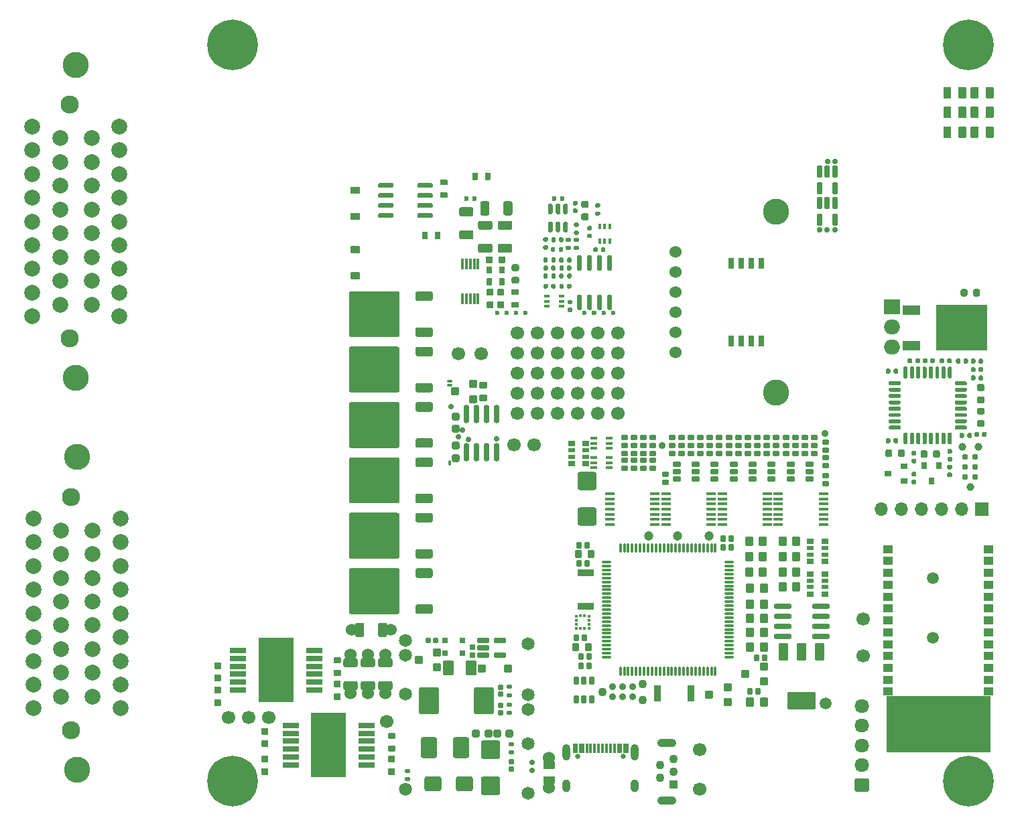
<source format=gts>
G75*
G70*
%OFA0B0*%
%FSLAX25Y25*%
%IPPOS*%
%LPD*%
%AMOC8*
5,1,8,0,0,1.08239X$1,22.5*
%
%AMM118*
21,1,0.027170,0.052760,0.000000,-0.000000,180.000000*
21,1,0.017320,0.062600,0.000000,-0.000000,180.000000*
1,1,0.009840,-0.008660,0.026380*
1,1,0.009840,0.008660,0.026380*
1,1,0.009840,0.008660,-0.026380*
1,1,0.009840,-0.008660,-0.026380*
%
%AMM14*
21,1,0.092130,0.073230,0.000000,0.000000,270.000000*
21,1,0.069290,0.096060,0.000000,0.000000,270.000000*
1,1,0.022840,-0.036610,-0.034650*
1,1,0.022840,-0.036610,0.034650*
1,1,0.022840,0.036610,0.034650*
1,1,0.022840,0.036610,-0.034650*
%
%AMM15*
21,1,0.100000,0.111020,0.000000,0.000000,0.000000*
21,1,0.075590,0.135430,0.000000,0.000000,0.000000*
1,1,0.024410,0.037800,-0.055510*
1,1,0.024410,-0.037800,-0.055510*
1,1,0.024410,-0.037800,0.055510*
1,1,0.024410,0.037800,0.055510*
%
%AMM16*
21,1,0.080320,0.083460,0.000000,0.000000,0.000000*
21,1,0.059840,0.103940,0.000000,0.000000,0.000000*
1,1,0.020470,0.029920,-0.041730*
1,1,0.020470,-0.029920,-0.041730*
1,1,0.020470,-0.029920,0.041730*
1,1,0.020470,0.029920,0.041730*
%
%AMM17*
21,1,0.084250,0.053540,0.000000,0.000000,180.000000*
21,1,0.065350,0.072440,0.000000,0.000000,180.000000*
1,1,0.018900,-0.032680,0.026770*
1,1,0.018900,0.032680,0.026770*
1,1,0.018900,0.032680,-0.026770*
1,1,0.018900,-0.032680,-0.026770*
%
%AMM18*
21,1,0.040950,0.030320,0.000000,0.000000,90.000000*
21,1,0.028350,0.042910,0.000000,0.000000,90.000000*
1,1,0.012600,0.015160,0.014170*
1,1,0.012600,0.015160,-0.014170*
1,1,0.012600,-0.015160,-0.014170*
1,1,0.012600,-0.015160,0.014170*
%
%AMM19*
21,1,0.027170,0.052760,0.000000,0.000000,270.000000*
21,1,0.017320,0.062600,0.000000,0.000000,270.000000*
1,1,0.009840,-0.026380,-0.008660*
1,1,0.009840,-0.026380,0.008660*
1,1,0.009840,0.026380,0.008660*
1,1,0.009840,0.026380,-0.008660*
%
%AMM20*
21,1,0.041340,0.026770,0.000000,0.000000,0.000000*
21,1,0.029130,0.038980,0.000000,0.000000,0.000000*
1,1,0.012210,0.014570,-0.013390*
1,1,0.012210,-0.014570,-0.013390*
1,1,0.012210,-0.014570,0.013390*
1,1,0.012210,0.014570,0.013390*
%
%AMM201*
21,1,0.029530,0.026380,-0.000000,-0.000000,90.000000*
21,1,0.020470,0.035430,-0.000000,-0.000000,90.000000*
1,1,0.009060,0.013190,0.010240*
1,1,0.009060,0.013190,-0.010240*
1,1,0.009060,-0.013190,-0.010240*
1,1,0.009060,-0.013190,0.010240*
%
%AMM202*
21,1,0.021650,0.027950,-0.000000,-0.000000,90.000000*
21,1,0.014170,0.035430,-0.000000,-0.000000,90.000000*
1,1,0.007480,0.013980,0.007090*
1,1,0.007480,0.013980,-0.007090*
1,1,0.007480,-0.013980,-0.007090*
1,1,0.007480,-0.013980,0.007090*
%
%AMM203*
21,1,0.016540,0.028980,-0.000000,-0.000000,270.000000*
21,1,0.010080,0.035430,-0.000000,-0.000000,270.000000*
1,1,0.006460,-0.014490,-0.005040*
1,1,0.006460,-0.014490,0.005040*
1,1,0.006460,0.014490,0.005040*
1,1,0.006460,0.014490,-0.005040*
%
%AMM204*
21,1,0.027560,0.030710,-0.000000,-0.000000,0.000000*
21,1,0.018900,0.039370,-0.000000,-0.000000,0.000000*
1,1,0.008660,0.009450,-0.015350*
1,1,0.008660,-0.009450,-0.015350*
1,1,0.008660,-0.009450,0.015350*
1,1,0.008660,0.009450,0.015350*
%
%AMM205*
21,1,0.031500,0.018900,-0.000000,-0.000000,270.000000*
21,1,0.022840,0.027560,-0.000000,-0.000000,270.000000*
1,1,0.008660,-0.009450,-0.011420*
1,1,0.008660,-0.009450,0.011420*
1,1,0.008660,0.009450,0.011420*
1,1,0.008660,0.009450,-0.011420*
%
%AMM206*
21,1,0.035430,0.072440,-0.000000,-0.000000,270.000000*
21,1,0.025200,0.082680,-0.000000,-0.000000,270.000000*
1,1,0.010240,-0.036220,-0.012600*
1,1,0.010240,-0.036220,0.012600*
1,1,0.010240,0.036220,0.012600*
1,1,0.010240,0.036220,-0.012600*
%
%AMM207*
21,1,0.031500,0.018900,-0.000000,-0.000000,0.000000*
21,1,0.022840,0.027560,-0.000000,-0.000000,0.000000*
1,1,0.008660,0.011420,-0.009450*
1,1,0.008660,-0.011420,-0.009450*
1,1,0.008660,-0.011420,0.009450*
1,1,0.008660,0.011420,0.009450*
%
%AMM208*
21,1,0.027560,0.030710,-0.000000,-0.000000,90.000000*
21,1,0.018900,0.039370,-0.000000,-0.000000,90.000000*
1,1,0.008660,0.015350,0.009450*
1,1,0.008660,0.015350,-0.009450*
1,1,0.008660,-0.015350,-0.009450*
1,1,0.008660,-0.015350,0.009450*
%
%AMM209*
21,1,0.039370,0.030320,-0.000000,-0.000000,90.000000*
21,1,0.028350,0.041340,-0.000000,-0.000000,90.000000*
1,1,0.011020,0.015160,0.014170*
1,1,0.011020,0.015160,-0.014170*
1,1,0.011020,-0.015160,-0.014170*
1,1,0.011020,-0.015160,0.014170*
%
%AMM21*
21,1,0.076380,0.036220,0.000000,0.000000,90.000000*
21,1,0.061810,0.050790,0.000000,0.000000,90.000000*
1,1,0.014570,0.018110,0.030910*
1,1,0.014570,0.018110,-0.030910*
1,1,0.014570,-0.018110,-0.030910*
1,1,0.014570,-0.018110,0.030910*
%
%AMM210*
21,1,0.047240,0.075980,-0.000000,-0.000000,180.000000*
21,1,0.034650,0.088580,-0.000000,-0.000000,180.000000*
1,1,0.012600,-0.017320,0.037990*
1,1,0.012600,0.017320,0.037990*
1,1,0.012600,0.017320,-0.037990*
1,1,0.012600,-0.017320,-0.037990*
%
%AMM211*
21,1,0.043310,0.035430,-0.000000,-0.000000,180.000000*
21,1,0.031500,0.047240,-0.000000,-0.000000,180.000000*
1,1,0.011810,-0.015750,0.017720*
1,1,0.011810,0.015750,0.017720*
1,1,0.011810,0.015750,-0.017720*
1,1,0.011810,-0.015750,-0.017720*
%
%AMM212*
21,1,0.031500,0.030710,-0.000000,-0.000000,180.000000*
21,1,0.022050,0.040160,-0.000000,-0.000000,180.000000*
1,1,0.009450,-0.011020,0.015350*
1,1,0.009450,0.011020,0.015350*
1,1,0.009450,0.011020,-0.015350*
1,1,0.009450,-0.011020,-0.015350*
%
%AMM213*
21,1,0.035430,0.072440,-0.000000,-0.000000,180.000000*
21,1,0.025200,0.082680,-0.000000,-0.000000,180.000000*
1,1,0.010240,-0.012600,0.036220*
1,1,0.010240,0.012600,0.036220*
1,1,0.010240,0.012600,-0.036220*
1,1,0.010240,-0.012600,-0.036220*
%
%AMM214*
21,1,0.141730,0.067720,-0.000000,-0.000000,180.000000*
21,1,0.120870,0.088580,-0.000000,-0.000000,180.000000*
1,1,0.020870,-0.060430,0.033860*
1,1,0.020870,0.060430,0.033860*
1,1,0.020870,0.060430,-0.033860*
1,1,0.020870,-0.060430,-0.033860*
%
%AMM215*
21,1,0.047240,0.075990,-0.000000,-0.000000,180.000000*
21,1,0.034650,0.088580,-0.000000,-0.000000,180.000000*
1,1,0.012600,-0.017320,0.037990*
1,1,0.012600,0.017320,0.037990*
1,1,0.012600,0.017320,-0.037990*
1,1,0.012600,-0.017320,-0.037990*
%
%AMM216*
21,1,0.090550,0.073230,-0.000000,-0.000000,270.000000*
21,1,0.069290,0.094490,-0.000000,-0.000000,270.000000*
1,1,0.021260,-0.036610,-0.034650*
1,1,0.021260,-0.036610,0.034650*
1,1,0.021260,0.036610,0.034650*
1,1,0.021260,0.036610,-0.034650*
%
%AMM22*
21,1,0.038980,0.026770,0.000000,0.000000,0.000000*
21,1,0.026770,0.038980,0.000000,0.000000,0.000000*
1,1,0.012210,0.013390,-0.013390*
1,1,0.012210,-0.013390,-0.013390*
1,1,0.012210,-0.013390,0.013390*
1,1,0.012210,0.013390,0.013390*
%
%AMM23*
21,1,0.021260,0.016540,0.000000,0.000000,270.000000*
21,1,0.012600,0.025200,0.000000,0.000000,270.000000*
1,1,0.008660,-0.008270,-0.006300*
1,1,0.008660,-0.008270,0.006300*
1,1,0.008660,0.008270,0.006300*
1,1,0.008660,0.008270,-0.006300*
%
%AMM24*
21,1,0.029130,0.018900,0.000000,0.000000,90.000000*
21,1,0.018900,0.029130,0.000000,0.000000,90.000000*
1,1,0.010240,0.009450,0.009450*
1,1,0.010240,0.009450,-0.009450*
1,1,0.010240,-0.009450,-0.009450*
1,1,0.010240,-0.009450,0.009450*
%
%AMM25*
21,1,0.025200,0.019680,0.000000,0.000000,0.000000*
21,1,0.015750,0.029130,0.000000,0.000000,0.000000*
1,1,0.009450,0.007870,-0.009840*
1,1,0.009450,-0.007870,-0.009840*
1,1,0.009450,-0.007870,0.009840*
1,1,0.009450,0.007870,0.009840*
%
%AMM254*
21,1,0.040950,0.030320,0.000000,-0.000000,90.000000*
21,1,0.028350,0.042910,0.000000,-0.000000,90.000000*
1,1,0.012600,0.015160,0.014170*
1,1,0.012600,0.015160,-0.014170*
1,1,0.012600,-0.015160,-0.014170*
1,1,0.012600,-0.015160,0.014170*
%
%AMM255*
21,1,0.038980,0.026770,0.000000,-0.000000,270.000000*
21,1,0.026770,0.038980,0.000000,-0.000000,270.000000*
1,1,0.012210,-0.013390,-0.013390*
1,1,0.012210,-0.013390,0.013390*
1,1,0.012210,0.013390,0.013390*
1,1,0.012210,0.013390,-0.013390*
%
%AMM256*
21,1,0.033070,0.030710,0.000000,-0.000000,90.000000*
21,1,0.022050,0.041730,0.000000,-0.000000,90.000000*
1,1,0.011020,0.015350,0.011020*
1,1,0.011020,0.015350,-0.011020*
1,1,0.011020,-0.015350,-0.011020*
1,1,0.011020,-0.015350,0.011020*
%
%AMM26*
21,1,0.025200,0.019680,0.000000,0.000000,270.000000*
21,1,0.015750,0.029130,0.000000,0.000000,270.000000*
1,1,0.009450,-0.009840,-0.007870*
1,1,0.009450,-0.009840,0.007870*
1,1,0.009450,0.009840,0.007870*
1,1,0.009450,0.009840,-0.007870*
%
%ADD11C,0.06693*%
%ADD117M14*%
%ADD118M15*%
%ADD119M16*%
%ADD120M17*%
%ADD121M18*%
%ADD122M19*%
%ADD123M20*%
%ADD124M21*%
%ADD125M22*%
%ADD126M23*%
%ADD127M24*%
%ADD128M25*%
%ADD129M26*%
%ADD130C,0.02913*%
%ADD131C,0.06457*%
%ADD155R,0.02559X0.01575*%
%ADD156R,0.01575X0.02559*%
%ADD159R,0.03543X0.03150*%
%ADD161C,0.05118*%
%ADD163R,0.03150X0.03543*%
%ADD171C,0.03100*%
%ADD174C,0.03900*%
%ADD208O,0.05118X0.01260*%
%ADD209O,0.01260X0.05118*%
%ADD21C,0.07874*%
%ADD210O,0.04724X0.01575*%
%ADD211C,0.03494*%
%ADD214R,0.01772X0.01378*%
%ADD215R,0.01378X0.01772*%
%ADD22C,0.03150*%
%ADD220O,0.09055X0.02756*%
%ADD227C,0.03543*%
%ADD229C,0.04724*%
%ADD23C,0.25197*%
%ADD230C,0.04294*%
%ADD24C,0.06000*%
%ADD25O,0.07283X0.06693*%
%ADD26C,0.02362*%
%ADD274O,0.02520X0.01535*%
%ADD275O,0.01535X0.02520*%
%ADD300M118*%
%ADD309R,0.01181X0.05512*%
%ADD310R,0.08661X0.04724*%
%ADD311R,0.25197X0.22835*%
%ADD312R,0.07874X0.07500*%
%ADD313O,0.07874X0.07500*%
%ADD32R,0.04331X0.04331*%
%ADD33C,0.04331*%
%ADD34O,0.09449X0.04331*%
%ADD37C,0.05906*%
%ADD411M201*%
%ADD412M202*%
%ADD413M203*%
%ADD414M204*%
%ADD415M205*%
%ADD416M206*%
%ADD417M207*%
%ADD418M208*%
%ADD419M209*%
%ADD420M210*%
%ADD421M211*%
%ADD422M212*%
%ADD423M213*%
%ADD424M214*%
%ADD425M215*%
%ADD426M216*%
%ADD455O,0.02913X0.09213*%
%ADD465M254*%
%ADD466M255*%
%ADD467M256*%
%ADD50O,0.00984X0.01969*%
%ADD52O,0.01969X0.00984*%
%ADD53R,0.05118X0.03937*%
%ADD54R,0.07874X0.02559*%
%ADD55R,0.17717X0.31890*%
%ADD68R,0.01181X0.04528*%
%ADD69O,0.03937X0.08268*%
%ADD70O,0.03937X0.06299*%
%ADD71R,0.06693X0.06693*%
%ADD72O,0.06693X0.06693*%
%ADD73C,0.13000*%
%ADD74R,0.02717X0.05315*%
%ADD75C,0.12992*%
%ADD80C,0.00472*%
%ADD81C,0.09055*%
%ADD82C,0.02559*%
X0000000Y0000000D02*
%LPD*%
G01*
D80*
X0520984Y0028445D02*
X0469803Y0028445D01*
X0469803Y0056004D01*
X0520984Y0056004D01*
X0520984Y0028445D01*
G36*
X0520984Y0028445D02*
G01*
X0469803Y0028445D01*
X0469803Y0056004D01*
X0520984Y0056004D01*
X0520984Y0028445D01*
G37*
G36*
G01*
X0511535Y0334154D02*
X0511535Y0339075D01*
G75*
G02*
X0511929Y0339469I0000394J0000000D01*
G01*
X0515079Y0339469D01*
G75*
G02*
X0515472Y0339075I0000000J-000394D01*
G01*
X0515472Y0334154D01*
G75*
G02*
X0515079Y0333760I-000394J0000000D01*
G01*
X0511929Y0333760D01*
G75*
G02*
X0511535Y0334154I0000000J0000394D01*
G01*
G37*
G36*
G01*
X0519016Y0334154D02*
X0519016Y0339075D01*
G75*
G02*
X0519409Y0339469I0000394J0000000D01*
G01*
X0522559Y0339469D01*
G75*
G02*
X0522953Y0339075I0000000J-000394D01*
G01*
X0522953Y0334154D01*
G75*
G02*
X0522559Y0333760I-000394J0000000D01*
G01*
X0519409Y0333760D01*
G75*
G02*
X0519016Y0334154I0000000J0000394D01*
G01*
G37*
G36*
G01*
X0243917Y0295709D02*
X0243917Y0294528D01*
G75*
G02*
X0243327Y0293937I-000591J0000000D01*
G01*
X0236830Y0293937D01*
G75*
G02*
X0236240Y0294528I0000000J0000591D01*
G01*
X0236240Y0295709D01*
G75*
G02*
X0236830Y0296300I0000591J0000000D01*
G01*
X0243327Y0296300D01*
G75*
G02*
X0243917Y0295709I0000000J-000591D01*
G01*
G37*
G36*
G01*
X0243917Y0300709D02*
X0243917Y0299528D01*
G75*
G02*
X0243327Y0298937I-000591J0000000D01*
G01*
X0236830Y0298937D01*
G75*
G02*
X0236240Y0299528I0000000J0000591D01*
G01*
X0236240Y0300709D01*
G75*
G02*
X0236830Y0301300I0000591J0000000D01*
G01*
X0243327Y0301300D01*
G75*
G02*
X0243917Y0300709I0000000J-000591D01*
G01*
G37*
G36*
G01*
X0243917Y0305709D02*
X0243917Y0304528D01*
G75*
G02*
X0243327Y0303937I-000591J0000000D01*
G01*
X0236830Y0303937D01*
G75*
G02*
X0236240Y0304528I0000000J0000591D01*
G01*
X0236240Y0305709D01*
G75*
G02*
X0236830Y0306300I0000591J0000000D01*
G01*
X0243327Y0306300D01*
G75*
G02*
X0243917Y0305709I0000000J-000591D01*
G01*
G37*
G36*
G01*
X0243917Y0310709D02*
X0243917Y0309528D01*
G75*
G02*
X0243327Y0308937I-000591J0000000D01*
G01*
X0236830Y0308937D01*
G75*
G02*
X0236240Y0309528I0000000J0000591D01*
G01*
X0236240Y0310709D01*
G75*
G02*
X0236830Y0311300I0000591J0000000D01*
G01*
X0243327Y0311300D01*
G75*
G02*
X0243917Y0310709I0000000J-000591D01*
G01*
G37*
G36*
G01*
X0224429Y0310709D02*
X0224429Y0309528D01*
G75*
G02*
X0223838Y0308937I-000591J0000000D01*
G01*
X0217342Y0308937D01*
G75*
G02*
X0216752Y0309528I0000000J0000591D01*
G01*
X0216752Y0310709D01*
G75*
G02*
X0217342Y0311300I0000591J0000000D01*
G01*
X0223838Y0311300D01*
G75*
G02*
X0224429Y0310709I0000000J-000591D01*
G01*
G37*
G36*
G01*
X0224429Y0305709D02*
X0224429Y0304528D01*
G75*
G02*
X0223838Y0303937I-000591J0000000D01*
G01*
X0217342Y0303937D01*
G75*
G02*
X0216752Y0304528I0000000J0000591D01*
G01*
X0216752Y0305709D01*
G75*
G02*
X0217342Y0306300I0000591J0000000D01*
G01*
X0223838Y0306300D01*
G75*
G02*
X0224429Y0305709I0000000J-000591D01*
G01*
G37*
G36*
G01*
X0224429Y0300709D02*
X0224429Y0299528D01*
G75*
G02*
X0223838Y0298937I-000591J0000000D01*
G01*
X0217342Y0298937D01*
G75*
G02*
X0216752Y0299528I0000000J0000591D01*
G01*
X0216752Y0300709D01*
G75*
G02*
X0217342Y0301300I0000591J0000000D01*
G01*
X0223838Y0301300D01*
G75*
G02*
X0224429Y0300709I0000000J-000591D01*
G01*
G37*
G36*
G01*
X0224429Y0295709D02*
X0224429Y0294528D01*
G75*
G02*
X0223838Y0293937I-000591J0000000D01*
G01*
X0217342Y0293937D01*
G75*
G02*
X0216752Y0294528I0000000J0000591D01*
G01*
X0216752Y0295709D01*
G75*
G02*
X0217342Y0296300I0000591J0000000D01*
G01*
X0223838Y0296300D01*
G75*
G02*
X0224429Y0295709I0000000J-000591D01*
G01*
G37*
G36*
G01*
X0159212Y0040217D02*
X0161890Y0040217D01*
G75*
G02*
X0162224Y0039882I0000000J-000335D01*
G01*
X0162224Y0037205D01*
G75*
G02*
X0161890Y0036870I-000335J0000000D01*
G01*
X0159212Y0036870D01*
G75*
G02*
X0158878Y0037205I0000000J0000335D01*
G01*
X0158878Y0039882D01*
G75*
G02*
X0159212Y0040217I0000335J0000000D01*
G01*
G37*
G36*
G01*
X0159212Y0033996D02*
X0161890Y0033996D01*
G75*
G02*
X0162224Y0033662I0000000J-000335D01*
G01*
X0162224Y0030985D01*
G75*
G02*
X0161890Y0030650I-000335J0000000D01*
G01*
X0159212Y0030650D01*
G75*
G02*
X0158878Y0030985I0000000J0000335D01*
G01*
X0158878Y0033662D01*
G75*
G02*
X0159212Y0033996I0000335J0000000D01*
G01*
G37*
G36*
G01*
X0511535Y0343996D02*
X0511535Y0348918D01*
G75*
G02*
X0511929Y0349311I0000394J0000000D01*
G01*
X0515079Y0349311D01*
G75*
G02*
X0515472Y0348918I0000000J-000394D01*
G01*
X0515472Y0343996D01*
G75*
G02*
X0515079Y0343603I-000394J0000000D01*
G01*
X0511929Y0343603D01*
G75*
G02*
X0511535Y0343996I0000000J0000394D01*
G01*
G37*
G36*
G01*
X0519016Y0343996D02*
X0519016Y0348918D01*
G75*
G02*
X0519409Y0349311I0000394J0000000D01*
G01*
X0522559Y0349311D01*
G75*
G02*
X0522953Y0348918I0000000J-000394D01*
G01*
X0522953Y0343996D01*
G75*
G02*
X0522559Y0343603I-000394J0000000D01*
G01*
X0519409Y0343603D01*
G75*
G02*
X0519016Y0343996I0000000J0000394D01*
G01*
G37*
G36*
G01*
X0244016Y0155788D02*
X0244016Y0153032D01*
G75*
G02*
X0243031Y0152048I-000984J0000000D01*
G01*
X0236338Y0152048D01*
G75*
G02*
X0235354Y0153032I0000000J0000984D01*
G01*
X0235354Y0155788D01*
G75*
G02*
X0236338Y0156772I0000984J0000000D01*
G01*
X0243031Y0156772D01*
G75*
G02*
X0244016Y0155788I0000000J-000984D01*
G01*
G37*
G36*
G01*
X0227480Y0173819D02*
X0227480Y0152953D01*
G75*
G02*
X0226496Y0151969I-000984J0000000D01*
G01*
X0203267Y0151969D01*
G75*
G02*
X0202283Y0152953I0000000J0000984D01*
G01*
X0202283Y0173819D01*
G75*
G02*
X0203267Y0174804I0000984J0000000D01*
G01*
X0226496Y0174804D01*
G75*
G02*
X0227480Y0173819I0000000J-000984D01*
G01*
G37*
G36*
G01*
X0244016Y0173741D02*
X0244016Y0170985D01*
G75*
G02*
X0243031Y0170000I-000984J0000000D01*
G01*
X0236338Y0170000D01*
G75*
G02*
X0235354Y0170985I0000000J0000984D01*
G01*
X0235354Y0173741D01*
G75*
G02*
X0236338Y0174725I0000984J0000000D01*
G01*
X0243031Y0174725D01*
G75*
G02*
X0244016Y0173741I0000000J-000984D01*
G01*
G37*
D11*
X0458189Y0075985D03*
X0294409Y0181103D03*
G36*
G01*
X0244016Y0238465D02*
X0244016Y0235709D01*
G75*
G02*
X0243031Y0234725I-000984J0000000D01*
G01*
X0236338Y0234725D01*
G75*
G02*
X0235354Y0235709I0000000J0000984D01*
G01*
X0235354Y0238465D01*
G75*
G02*
X0236338Y0239449I0000984J0000000D01*
G01*
X0243031Y0239449D01*
G75*
G02*
X0244016Y0238465I0000000J-000984D01*
G01*
G37*
G36*
G01*
X0227480Y0256496D02*
X0227480Y0235630D01*
G75*
G02*
X0226496Y0234646I-000984J0000000D01*
G01*
X0203267Y0234646D01*
G75*
G02*
X0202283Y0235630I0000000J0000984D01*
G01*
X0202283Y0256496D01*
G75*
G02*
X0203267Y0257481I0000984J0000000D01*
G01*
X0226496Y0257481D01*
G75*
G02*
X0227480Y0256496I0000000J-000984D01*
G01*
G37*
G36*
G01*
X0244016Y0256418D02*
X0244016Y0253662D01*
G75*
G02*
X0243031Y0252678I-000984J0000000D01*
G01*
X0236338Y0252678D01*
G75*
G02*
X0235354Y0253662I0000000J0000984D01*
G01*
X0235354Y0256418D01*
G75*
G02*
X0236338Y0257402I0000984J0000000D01*
G01*
X0243031Y0257402D01*
G75*
G02*
X0244016Y0256418I0000000J-000984D01*
G01*
G37*
G36*
G01*
X0244016Y0210906D02*
X0244016Y0208150D01*
G75*
G02*
X0243031Y0207166I-000984J0000000D01*
G01*
X0236338Y0207166D01*
G75*
G02*
X0235354Y0208150I0000000J0000984D01*
G01*
X0235354Y0210906D01*
G75*
G02*
X0236338Y0211890I0000984J0000000D01*
G01*
X0243031Y0211890D01*
G75*
G02*
X0244016Y0210906I0000000J-000984D01*
G01*
G37*
G36*
G01*
X0227480Y0228937D02*
X0227480Y0208071D01*
G75*
G02*
X0226496Y0207087I-000984J0000000D01*
G01*
X0203267Y0207087D01*
G75*
G02*
X0202283Y0208071I0000000J0000984D01*
G01*
X0202283Y0228937D01*
G75*
G02*
X0203267Y0229922I0000984J0000000D01*
G01*
X0226496Y0229922D01*
G75*
G02*
X0227480Y0228937I0000000J-000984D01*
G01*
G37*
G36*
G01*
X0244016Y0228859D02*
X0244016Y0226103D01*
G75*
G02*
X0243031Y0225118I-000984J0000000D01*
G01*
X0236338Y0225118D01*
G75*
G02*
X0235354Y0226103I0000000J0000984D01*
G01*
X0235354Y0228859D01*
G75*
G02*
X0236338Y0229843I0000984J0000000D01*
G01*
X0243031Y0229843D01*
G75*
G02*
X0244016Y0228859I0000000J-000984D01*
G01*
G37*
X0256614Y0226378D03*
G36*
G01*
X0222205Y0026437D02*
X0224882Y0026437D01*
G75*
G02*
X0225216Y0026103I0000000J-000335D01*
G01*
X0225216Y0023426D01*
G75*
G02*
X0224882Y0023091I-000335J0000000D01*
G01*
X0222205Y0023091D01*
G75*
G02*
X0221870Y0023426I0000000J0000335D01*
G01*
X0221870Y0026103D01*
G75*
G02*
X0222205Y0026437I0000335J0000000D01*
G01*
G37*
G36*
G01*
X0222205Y0020217D02*
X0224882Y0020217D01*
G75*
G02*
X0225216Y0019882I0000000J-000335D01*
G01*
X0225216Y0017205D01*
G75*
G02*
X0224882Y0016870I-000335J0000000D01*
G01*
X0222205Y0016870D01*
G75*
G02*
X0221870Y0017205I0000000J0000335D01*
G01*
X0221870Y0019882D01*
G75*
G02*
X0222205Y0020217I0000335J0000000D01*
G01*
G37*
G36*
G01*
X0272687Y0316201D02*
X0272687Y0313130D01*
G75*
G02*
X0272411Y0312855I-000276J0000000D01*
G01*
X0270206Y0312855D01*
G75*
G02*
X0269931Y0313130I0000000J0000276D01*
G01*
X0269931Y0316201D01*
G75*
G02*
X0270206Y0316477I0000276J0000000D01*
G01*
X0272411Y0316477D01*
G75*
G02*
X0272687Y0316201I0000000J-000276D01*
G01*
G37*
G36*
G01*
X0266388Y0316201D02*
X0266388Y0313130D01*
G75*
G02*
X0266112Y0312855I-000276J0000000D01*
G01*
X0263907Y0312855D01*
G75*
G02*
X0263632Y0313130I0000000J0000276D01*
G01*
X0263632Y0316201D01*
G75*
G02*
X0263907Y0316477I0000276J0000000D01*
G01*
X0266112Y0316477D01*
G75*
G02*
X0266388Y0316201I0000000J-000276D01*
G01*
G37*
D75*
X0066456Y0369981D03*
D81*
X0063504Y0350296D03*
X0063504Y0234154D03*
D75*
X0066456Y0214469D03*
D21*
X0088110Y0339469D03*
X0088110Y0327658D03*
X0088110Y0315847D03*
X0088110Y0304036D03*
X0088110Y0292225D03*
X0088110Y0280414D03*
X0088110Y0268603D03*
X0088110Y0256792D03*
X0088110Y0244981D03*
X0074330Y0333563D03*
X0074330Y0321752D03*
X0074330Y0309941D03*
X0074330Y0298130D03*
X0074330Y0286319D03*
X0074330Y0274508D03*
X0074330Y0262697D03*
X0074330Y0250886D03*
X0058582Y0333563D03*
X0058582Y0321752D03*
X0058582Y0309941D03*
X0058582Y0298130D03*
X0058582Y0286319D03*
X0058582Y0274508D03*
X0058582Y0262697D03*
X0058582Y0250886D03*
X0044803Y0339469D03*
X0044803Y0327658D03*
X0044803Y0315847D03*
X0044803Y0304036D03*
X0044803Y0292225D03*
X0044803Y0280414D03*
X0044803Y0268603D03*
X0044803Y0256792D03*
X0044803Y0244981D03*
D11*
X0268031Y0226378D03*
G36*
G01*
X0195138Y0063681D02*
X0197815Y0063681D01*
G75*
G02*
X0198149Y0063347I0000000J-000335D01*
G01*
X0198149Y0060670D01*
G75*
G02*
X0197815Y0060335I-000335J0000000D01*
G01*
X0195138Y0060335D01*
G75*
G02*
X0194803Y0060670I0000000J0000335D01*
G01*
X0194803Y0063347D01*
G75*
G02*
X0195138Y0063681I0000335J0000000D01*
G01*
G37*
G36*
G01*
X0195138Y0057461D02*
X0197815Y0057461D01*
G75*
G02*
X0198149Y0057126I0000000J-000335D01*
G01*
X0198149Y0054449D01*
G75*
G02*
X0197815Y0054115I-000335J0000000D01*
G01*
X0195138Y0054115D01*
G75*
G02*
X0194803Y0054449I0000000J0000335D01*
G01*
X0194803Y0057126D01*
G75*
G02*
X0195138Y0057461I0000335J0000000D01*
G01*
G37*
X0152441Y0045276D03*
D22*
X0134960Y0379922D03*
X0137728Y0386603D03*
X0137728Y0373240D03*
X0144409Y0389370D03*
D23*
X0144409Y0379922D03*
D22*
X0144409Y0370473D03*
X0151091Y0386603D03*
X0151091Y0373240D03*
X0153858Y0379922D03*
X0501102Y0379922D03*
X0503870Y0386603D03*
X0503870Y0373240D03*
X0510551Y0389370D03*
D23*
X0510551Y0379922D03*
D22*
X0510551Y0370473D03*
X0517232Y0386603D03*
X0517232Y0373240D03*
X0520000Y0379922D03*
D24*
X0203071Y0076575D03*
G36*
G01*
X0199527Y0071280D02*
X0199527Y0073996D01*
G75*
G02*
X0200433Y0074902I0000906J0000000D01*
G01*
X0205708Y0074902D01*
G75*
G02*
X0206614Y0073996I0000000J-000906D01*
G01*
X0206614Y0071280D01*
G75*
G02*
X0205708Y0070374I-000906J0000000D01*
G01*
X0200433Y0070374D01*
G75*
G02*
X0199527Y0071280I0000000J0000906D01*
G01*
G37*
G36*
G01*
X0199527Y0059863D02*
X0199527Y0062579D01*
G75*
G02*
X0200433Y0063485I0000906J0000000D01*
G01*
X0205708Y0063485D01*
G75*
G02*
X0206614Y0062579I0000000J-000906D01*
G01*
X0206614Y0059863D01*
G75*
G02*
X0205708Y0058957I-000906J0000000D01*
G01*
X0200433Y0058957D01*
G75*
G02*
X0199527Y0059863I0000000J0000906D01*
G01*
G37*
X0203071Y0057284D03*
G36*
G01*
X0497953Y0334154D02*
X0497953Y0339075D01*
G75*
G02*
X0498346Y0339469I0000394J0000000D01*
G01*
X0501496Y0339469D01*
G75*
G02*
X0501890Y0339075I0000000J-000394D01*
G01*
X0501890Y0334154D01*
G75*
G02*
X0501496Y0333760I-000394J0000000D01*
G01*
X0498346Y0333760D01*
G75*
G02*
X0497953Y0334154I0000000J0000394D01*
G01*
G37*
G36*
G01*
X0505433Y0334154D02*
X0505433Y0339075D01*
G75*
G02*
X0505827Y0339469I0000394J0000000D01*
G01*
X0508976Y0339469D01*
G75*
G02*
X0509370Y0339075I0000000J-000394D01*
G01*
X0509370Y0334154D01*
G75*
G02*
X0508976Y0333760I-000394J0000000D01*
G01*
X0505827Y0333760D01*
G75*
G02*
X0505433Y0334154I0000000J0000394D01*
G01*
G37*
G36*
G01*
X0135590Y0072894D02*
X0138268Y0072894D01*
G75*
G02*
X0138602Y0072559I0000000J-000335D01*
G01*
X0138602Y0069882D01*
G75*
G02*
X0138268Y0069548I-000335J0000000D01*
G01*
X0135590Y0069548D01*
G75*
G02*
X0135256Y0069882I0000000J0000335D01*
G01*
X0135256Y0072559D01*
G75*
G02*
X0135590Y0072894I0000335J0000000D01*
G01*
G37*
G36*
G01*
X0135590Y0066674D02*
X0138268Y0066674D01*
G75*
G02*
X0138602Y0066339I0000000J-000335D01*
G01*
X0138602Y0063662D01*
G75*
G02*
X0138268Y0063327I-000335J0000000D01*
G01*
X0135590Y0063327D01*
G75*
G02*
X0135256Y0063662I0000000J0000335D01*
G01*
X0135256Y0066339D01*
G75*
G02*
X0135590Y0066674I0000335J0000000D01*
G01*
G37*
G36*
G01*
X0460059Y0008465D02*
X0454744Y0008465D01*
G75*
G02*
X0453760Y0009449I0000000J0000984D01*
G01*
X0453760Y0014174D01*
G75*
G02*
X0454744Y0015158I0000984J0000000D01*
G01*
X0460059Y0015158D01*
G75*
G02*
X0461043Y0014174I0000000J-000984D01*
G01*
X0461043Y0009449D01*
G75*
G02*
X0460059Y0008465I-000984J0000000D01*
G01*
G37*
D25*
X0457401Y0021654D03*
X0457401Y0031496D03*
X0457401Y0041339D03*
X0457401Y0051181D03*
D11*
X0376693Y0029528D03*
D22*
X0134960Y0013780D03*
X0137728Y0020461D03*
X0137728Y0007099D03*
X0144409Y0023229D03*
D23*
X0144409Y0013780D03*
D22*
X0144409Y0004331D03*
X0151091Y0020461D03*
X0151091Y0007099D03*
X0153858Y0013780D03*
D26*
X0324232Y0246752D03*
X0319508Y0246752D03*
X0328956Y0246752D03*
X0333681Y0246752D03*
X0308248Y0303544D03*
X0304311Y0303544D03*
G36*
G01*
X0247756Y0286772D02*
X0247756Y0283701D01*
G75*
G02*
X0247480Y0283426I-000276J0000000D01*
G01*
X0245275Y0283426D01*
G75*
G02*
X0245000Y0283701I0000000J0000276D01*
G01*
X0245000Y0286772D01*
G75*
G02*
X0245275Y0287048I0000276J0000000D01*
G01*
X0247480Y0287048D01*
G75*
G02*
X0247756Y0286772I0000000J-000276D01*
G01*
G37*
G36*
G01*
X0241456Y0286772D02*
X0241456Y0283701D01*
G75*
G02*
X0241181Y0283426I-000276J0000000D01*
G01*
X0238976Y0283426D01*
G75*
G02*
X0238701Y0283701I0000000J0000276D01*
G01*
X0238701Y0286772D01*
G75*
G02*
X0238976Y0287048I0000276J0000000D01*
G01*
X0241181Y0287048D01*
G75*
G02*
X0241456Y0286772I0000000J-000276D01*
G01*
G37*
D11*
X0142441Y0045276D03*
D32*
X0363897Y0012205D03*
D33*
X0357008Y0015355D03*
X0363897Y0018504D03*
X0357008Y0021654D03*
X0363897Y0024804D03*
D34*
X0360453Y0004134D03*
X0360453Y0032874D03*
D24*
X0211732Y0076575D03*
G36*
G01*
X0208189Y0071280D02*
X0208189Y0073996D01*
G75*
G02*
X0209094Y0074902I0000906J0000000D01*
G01*
X0214370Y0074902D01*
G75*
G02*
X0215275Y0073996I0000000J-000906D01*
G01*
X0215275Y0071280D01*
G75*
G02*
X0214370Y0070374I-000906J0000000D01*
G01*
X0209094Y0070374D01*
G75*
G02*
X0208189Y0071280I0000000J0000906D01*
G01*
G37*
G36*
G01*
X0208189Y0059863D02*
X0208189Y0062579D01*
G75*
G02*
X0209094Y0063485I0000906J0000000D01*
G01*
X0214370Y0063485D01*
G75*
G02*
X0215275Y0062579I0000000J-000906D01*
G01*
X0215275Y0059863D01*
G75*
G02*
X0214370Y0058957I-000906J0000000D01*
G01*
X0209094Y0058957D01*
G75*
G02*
X0208189Y0059863I0000000J0000906D01*
G01*
G37*
X0211732Y0057284D03*
D26*
X0443917Y0287894D03*
X0440177Y0287894D03*
X0436437Y0287894D03*
X0440374Y0322146D03*
X0443917Y0322146D03*
G36*
G01*
X0161890Y0016870D02*
X0159212Y0016870D01*
G75*
G02*
X0158878Y0017205I0000000J0000335D01*
G01*
X0158878Y0019882D01*
G75*
G02*
X0159212Y0020217I0000335J0000000D01*
G01*
X0161890Y0020217D01*
G75*
G02*
X0162224Y0019882I0000000J-000335D01*
G01*
X0162224Y0017205D01*
G75*
G02*
X0161890Y0016870I-000335J0000000D01*
G01*
G37*
G36*
G01*
X0161890Y0023091D02*
X0159212Y0023091D01*
G75*
G02*
X0158878Y0023426I0000000J0000335D01*
G01*
X0158878Y0026103D01*
G75*
G02*
X0159212Y0026437I0000335J0000000D01*
G01*
X0161890Y0026437D01*
G75*
G02*
X0162224Y0026103I0000000J-000335D01*
G01*
X0162224Y0023426D01*
G75*
G02*
X0161890Y0023091I-000335J0000000D01*
G01*
G37*
D11*
X0221181Y0043307D03*
D75*
X0066949Y0174902D03*
D81*
X0063996Y0155217D03*
X0063996Y0039075D03*
D75*
X0066949Y0019390D03*
D21*
X0088602Y0144390D03*
X0088602Y0132579D03*
X0088602Y0120768D03*
X0088602Y0108957D03*
X0088602Y0097146D03*
X0088602Y0085335D03*
X0088602Y0073524D03*
X0088602Y0061713D03*
X0088602Y0049902D03*
X0074823Y0138485D03*
X0074823Y0126674D03*
X0074823Y0114863D03*
X0074823Y0103052D03*
X0074823Y0091241D03*
X0074823Y0079430D03*
X0074823Y0067618D03*
X0074823Y0055807D03*
X0059075Y0138485D03*
X0059075Y0126674D03*
X0059075Y0114863D03*
X0059075Y0103052D03*
X0059075Y0091241D03*
X0059075Y0079430D03*
X0059075Y0067618D03*
X0059075Y0055807D03*
X0045295Y0144390D03*
X0045295Y0132579D03*
X0045295Y0120768D03*
X0045295Y0108957D03*
X0045295Y0097146D03*
X0045295Y0085335D03*
X0045295Y0073524D03*
X0045295Y0061713D03*
X0045295Y0049902D03*
D37*
X0291555Y0081989D03*
X0291555Y0056792D03*
X0291555Y0049311D03*
X0291555Y0032382D03*
D26*
X0293327Y0022933D03*
X0293327Y0018996D03*
D37*
X0291555Y0007776D03*
X0230531Y0083760D03*
X0230531Y0076477D03*
X0230531Y0056989D03*
X0230531Y0009548D03*
G36*
G01*
X0244016Y0100670D02*
X0244016Y0097914D01*
G75*
G02*
X0243031Y0096930I-000984J0000000D01*
G01*
X0236338Y0096930D01*
G75*
G02*
X0235354Y0097914I0000000J0000984D01*
G01*
X0235354Y0100670D01*
G75*
G02*
X0236338Y0101654I0000984J0000000D01*
G01*
X0243031Y0101654D01*
G75*
G02*
X0244016Y0100670I0000000J-000984D01*
G01*
G37*
G36*
G01*
X0227480Y0118701D02*
X0227480Y0097835D01*
G75*
G02*
X0226496Y0096851I-000984J0000000D01*
G01*
X0203267Y0096851D01*
G75*
G02*
X0202283Y0097835I0000000J0000984D01*
G01*
X0202283Y0118701D01*
G75*
G02*
X0203267Y0119685I0000984J0000000D01*
G01*
X0226496Y0119685D01*
G75*
G02*
X0227480Y0118701I0000000J-000984D01*
G01*
G37*
G36*
G01*
X0244016Y0118622D02*
X0244016Y0115867D01*
G75*
G02*
X0243031Y0114882I-000984J0000000D01*
G01*
X0236338Y0114882D01*
G75*
G02*
X0235354Y0115867I0000000J0000984D01*
G01*
X0235354Y0118622D01*
G75*
G02*
X0236338Y0119607I0000984J0000000D01*
G01*
X0243031Y0119607D01*
G75*
G02*
X0244016Y0118622I0000000J-000984D01*
G01*
G37*
D11*
X0284409Y0181103D03*
D50*
X0252283Y0171949D03*
D52*
X0252480Y0212697D03*
X0252480Y0210729D03*
D26*
X0256614Y0184941D03*
X0258681Y0188386D03*
X0261634Y0183760D03*
X0275610Y0184055D03*
G36*
G01*
X0194941Y0075237D02*
X0198012Y0075237D01*
G75*
G02*
X0198287Y0074961I0000000J-000276D01*
G01*
X0198287Y0072756D01*
G75*
G02*
X0198012Y0072481I-000276J0000000D01*
G01*
X0194941Y0072481D01*
G75*
G02*
X0194665Y0072756I0000000J0000276D01*
G01*
X0194665Y0074961D01*
G75*
G02*
X0194941Y0075237I0000276J0000000D01*
G01*
G37*
G36*
G01*
X0194941Y0068937D02*
X0198012Y0068937D01*
G75*
G02*
X0198287Y0068662I0000000J-000276D01*
G01*
X0198287Y0066457D01*
G75*
G02*
X0198012Y0066181I-000276J0000000D01*
G01*
X0194941Y0066181D01*
G75*
G02*
X0194665Y0066457I0000000J0000276D01*
G01*
X0194665Y0068662D01*
G75*
G02*
X0194941Y0068937I0000276J0000000D01*
G01*
G37*
G36*
G01*
X0244016Y0183347D02*
X0244016Y0180591D01*
G75*
G02*
X0243031Y0179607I-000984J0000000D01*
G01*
X0236338Y0179607D01*
G75*
G02*
X0235354Y0180591I0000000J0000984D01*
G01*
X0235354Y0183347D01*
G75*
G02*
X0236338Y0184331I0000984J0000000D01*
G01*
X0243031Y0184331D01*
G75*
G02*
X0244016Y0183347I0000000J-000984D01*
G01*
G37*
G36*
G01*
X0227480Y0201378D02*
X0227480Y0180512D01*
G75*
G02*
X0226496Y0179528I-000984J0000000D01*
G01*
X0203267Y0179528D01*
G75*
G02*
X0202283Y0180512I0000000J0000984D01*
G01*
X0202283Y0201378D01*
G75*
G02*
X0203267Y0202363I0000984J0000000D01*
G01*
X0226496Y0202363D01*
G75*
G02*
X0227480Y0201378I0000000J-000984D01*
G01*
G37*
G36*
G01*
X0244016Y0201300D02*
X0244016Y0198544D01*
G75*
G02*
X0243031Y0197559I-000984J0000000D01*
G01*
X0236338Y0197559D01*
G75*
G02*
X0235354Y0198544I0000000J0000984D01*
G01*
X0235354Y0201300D01*
G75*
G02*
X0236338Y0202284I0000984J0000000D01*
G01*
X0243031Y0202284D01*
G75*
G02*
X0244016Y0201300I0000000J-000984D01*
G01*
G37*
D53*
X0520393Y0058268D03*
X0520393Y0064174D03*
X0520393Y0070079D03*
X0520393Y0075985D03*
X0520393Y0081890D03*
X0520393Y0087796D03*
X0520393Y0093701D03*
X0520393Y0099607D03*
X0520393Y0105512D03*
X0520393Y0111418D03*
X0520393Y0117323D03*
X0520393Y0123229D03*
X0520393Y0129134D03*
X0470393Y0129134D03*
X0470393Y0123229D03*
X0470393Y0117323D03*
X0470393Y0111418D03*
X0470393Y0105512D03*
X0470393Y0099607D03*
X0470393Y0093701D03*
X0470393Y0087796D03*
X0470393Y0081890D03*
X0470393Y0075985D03*
X0470393Y0070079D03*
X0470393Y0064174D03*
X0470393Y0058268D03*
G36*
G01*
X0497953Y0353839D02*
X0497953Y0358760D01*
G75*
G02*
X0498346Y0359154I0000394J0000000D01*
G01*
X0501496Y0359154D01*
G75*
G02*
X0501890Y0358760I0000000J-000394D01*
G01*
X0501890Y0353839D01*
G75*
G02*
X0501496Y0353445I-000394J0000000D01*
G01*
X0498346Y0353445D01*
G75*
G02*
X0497953Y0353839I0000000J0000394D01*
G01*
G37*
G36*
G01*
X0505433Y0353839D02*
X0505433Y0358760D01*
G75*
G02*
X0505827Y0359154I0000394J0000000D01*
G01*
X0508976Y0359154D01*
G75*
G02*
X0509370Y0358760I0000000J-000394D01*
G01*
X0509370Y0353839D01*
G75*
G02*
X0508976Y0353445I-000394J0000000D01*
G01*
X0505827Y0353445D01*
G75*
G02*
X0505433Y0353839I0000000J0000394D01*
G01*
G37*
D24*
X0220393Y0076575D03*
G36*
G01*
X0216850Y0071280D02*
X0216850Y0073996D01*
G75*
G02*
X0217756Y0074902I0000906J0000000D01*
G01*
X0223031Y0074902D01*
G75*
G02*
X0223937Y0073996I0000000J-000906D01*
G01*
X0223937Y0071280D01*
G75*
G02*
X0223031Y0070374I-000906J0000000D01*
G01*
X0217756Y0070374D01*
G75*
G02*
X0216850Y0071280I0000000J0000906D01*
G01*
G37*
G36*
G01*
X0216850Y0059863D02*
X0216850Y0062579D01*
G75*
G02*
X0217756Y0063485I0000906J0000000D01*
G01*
X0223031Y0063485D01*
G75*
G02*
X0223937Y0062579I0000000J-000906D01*
G01*
X0223937Y0059863D01*
G75*
G02*
X0223031Y0058957I-000906J0000000D01*
G01*
X0217756Y0058957D01*
G75*
G02*
X0216850Y0059863I0000000J0000906D01*
G01*
G37*
X0220393Y0057284D03*
D11*
X0286142Y0196693D03*
X0286142Y0206693D03*
X0286142Y0216693D03*
X0286142Y0226693D03*
X0286142Y0236693D03*
X0296142Y0196693D03*
X0296142Y0206693D03*
X0296142Y0216693D03*
X0296142Y0226693D03*
X0296142Y0236693D03*
X0306142Y0196693D03*
X0306142Y0206693D03*
X0306142Y0216693D03*
X0306142Y0226693D03*
X0306142Y0236693D03*
X0376693Y0009843D03*
D24*
X0301790Y0025491D03*
G36*
G01*
X0299329Y0023700D02*
X0304250Y0023700D01*
G75*
G02*
X0304644Y0023306I0000000J-000394D01*
G01*
X0304644Y0020156D01*
G75*
G02*
X0304250Y0019763I-000394J0000000D01*
G01*
X0299329Y0019763D01*
G75*
G02*
X0298935Y0020156I0000000J0000394D01*
G01*
X0298935Y0023306D01*
G75*
G02*
X0299329Y0023700I0000394J0000000D01*
G01*
G37*
G36*
G01*
X0299329Y0016219D02*
X0304250Y0016219D01*
G75*
G02*
X0304644Y0015826I0000000J-000394D01*
G01*
X0304644Y0012676D01*
G75*
G02*
X0304250Y0012282I-000394J0000000D01*
G01*
X0299329Y0012282D01*
G75*
G02*
X0298935Y0012676I0000000J0000394D01*
G01*
X0298935Y0015826D01*
G75*
G02*
X0299329Y0016219I0000394J0000000D01*
G01*
G37*
X0301790Y0010491D03*
G36*
G01*
X0247992Y0312992D02*
X0251063Y0312992D01*
G75*
G02*
X0251338Y0312717I0000000J-000276D01*
G01*
X0251338Y0310512D01*
G75*
G02*
X0251063Y0310237I-000276J0000000D01*
G01*
X0247992Y0310237D01*
G75*
G02*
X0247716Y0310512I0000000J0000276D01*
G01*
X0247716Y0312717D01*
G75*
G02*
X0247992Y0312992I0000276J0000000D01*
G01*
G37*
G36*
G01*
X0247992Y0306693D02*
X0251063Y0306693D01*
G75*
G02*
X0251338Y0306418I0000000J-000276D01*
G01*
X0251338Y0304213D01*
G75*
G02*
X0251063Y0303937I-000276J0000000D01*
G01*
X0247992Y0303937D01*
G75*
G02*
X0247716Y0304213I0000000J0000276D01*
G01*
X0247716Y0306418D01*
G75*
G02*
X0247992Y0306693I0000276J0000000D01*
G01*
G37*
G36*
G01*
X0207441Y0292914D02*
X0203425Y0292914D01*
G75*
G02*
X0203071Y0293268I0000000J0000354D01*
G01*
X0203071Y0296103D01*
G75*
G02*
X0203425Y0296457I0000354J0000000D01*
G01*
X0207441Y0296457D01*
G75*
G02*
X0207795Y0296103I0000000J-000354D01*
G01*
X0207795Y0293268D01*
G75*
G02*
X0207441Y0292914I-000354J0000000D01*
G01*
G37*
G36*
G01*
X0207441Y0305906D02*
X0203425Y0305906D01*
G75*
G02*
X0203071Y0306260I0000000J0000354D01*
G01*
X0203071Y0309095D01*
G75*
G02*
X0203425Y0309449I0000354J0000000D01*
G01*
X0207441Y0309449D01*
G75*
G02*
X0207795Y0309095I0000000J-000354D01*
G01*
X0207795Y0306260D01*
G75*
G02*
X0207441Y0305906I-000354J0000000D01*
G01*
G37*
G36*
G01*
X0511535Y0353839D02*
X0511535Y0358760D01*
G75*
G02*
X0511929Y0359154I0000394J0000000D01*
G01*
X0515079Y0359154D01*
G75*
G02*
X0515472Y0358760I0000000J-000394D01*
G01*
X0515472Y0353839D01*
G75*
G02*
X0515079Y0353445I-000394J0000000D01*
G01*
X0511929Y0353445D01*
G75*
G02*
X0511535Y0353839I0000000J0000394D01*
G01*
G37*
G36*
G01*
X0519016Y0353839D02*
X0519016Y0358760D01*
G75*
G02*
X0519409Y0359154I0000394J0000000D01*
G01*
X0522559Y0359154D01*
G75*
G02*
X0522953Y0358760I0000000J-000394D01*
G01*
X0522953Y0353839D01*
G75*
G02*
X0522559Y0353445I-000394J0000000D01*
G01*
X0519409Y0353445D01*
G75*
G02*
X0519016Y0353839I0000000J0000394D01*
G01*
G37*
G36*
G01*
X0497953Y0343996D02*
X0497953Y0348918D01*
G75*
G02*
X0498346Y0349311I0000394J0000000D01*
G01*
X0501496Y0349311D01*
G75*
G02*
X0501890Y0348918I0000000J-000394D01*
G01*
X0501890Y0343996D01*
G75*
G02*
X0501496Y0343603I-000394J0000000D01*
G01*
X0498346Y0343603D01*
G75*
G02*
X0497953Y0343996I0000000J0000394D01*
G01*
G37*
G36*
G01*
X0505433Y0343996D02*
X0505433Y0348918D01*
G75*
G02*
X0505827Y0349311I0000394J0000000D01*
G01*
X0508976Y0349311D01*
G75*
G02*
X0509370Y0348918I0000000J-000394D01*
G01*
X0509370Y0343996D01*
G75*
G02*
X0508976Y0343603I-000394J0000000D01*
G01*
X0505827Y0343603D01*
G75*
G02*
X0505433Y0343996I0000000J0000394D01*
G01*
G37*
D54*
X0147165Y0078741D03*
X0147165Y0074804D03*
X0147165Y0070867D03*
X0147165Y0066930D03*
X0147165Y0062992D03*
X0147165Y0059055D03*
X0184960Y0059055D03*
X0184960Y0062992D03*
X0184960Y0066930D03*
X0184960Y0070867D03*
X0184960Y0074804D03*
X0184960Y0078741D03*
D55*
X0166063Y0068898D03*
D54*
X0173248Y0041496D03*
X0173248Y0037559D03*
X0173248Y0033622D03*
X0173248Y0029685D03*
X0173248Y0025748D03*
X0173248Y0021811D03*
X0211043Y0021811D03*
X0211043Y0025748D03*
X0211043Y0029685D03*
X0211043Y0033622D03*
X0211043Y0037559D03*
X0211043Y0041496D03*
D55*
X0192145Y0031654D03*
D11*
X0458189Y0094489D03*
G36*
G01*
X0244016Y0128229D02*
X0244016Y0125473D01*
G75*
G02*
X0243031Y0124489I-000984J0000000D01*
G01*
X0236338Y0124489D01*
G75*
G02*
X0235354Y0125473I0000000J0000984D01*
G01*
X0235354Y0128229D01*
G75*
G02*
X0236338Y0129213I0000984J0000000D01*
G01*
X0243031Y0129213D01*
G75*
G02*
X0244016Y0128229I0000000J-000984D01*
G01*
G37*
G36*
G01*
X0227480Y0146260D02*
X0227480Y0125394D01*
G75*
G02*
X0226496Y0124410I-000984J0000000D01*
G01*
X0203267Y0124410D01*
G75*
G02*
X0202283Y0125394I0000000J0000984D01*
G01*
X0202283Y0146260D01*
G75*
G02*
X0203267Y0147244I0000984J0000000D01*
G01*
X0226496Y0147244D01*
G75*
G02*
X0227480Y0146260I0000000J-000984D01*
G01*
G37*
G36*
G01*
X0244016Y0146181D02*
X0244016Y0143426D01*
G75*
G02*
X0243031Y0142441I-000984J0000000D01*
G01*
X0236338Y0142441D01*
G75*
G02*
X0235354Y0143426I0000000J0000984D01*
G01*
X0235354Y0146181D01*
G75*
G02*
X0236338Y0147166I0000984J0000000D01*
G01*
X0243031Y0147166D01*
G75*
G02*
X0244016Y0146181I0000000J-000984D01*
G01*
G37*
D82*
X0316102Y0026004D03*
X0338858Y0026004D03*
D68*
X0314291Y0030197D03*
X0317441Y0030197D03*
X0322559Y0030197D03*
X0326496Y0030197D03*
X0328464Y0030197D03*
X0332401Y0030197D03*
X0337519Y0030197D03*
X0340669Y0030197D03*
X0339488Y0030197D03*
X0336338Y0030197D03*
X0334370Y0030197D03*
X0330433Y0030197D03*
X0324527Y0030197D03*
X0320590Y0030197D03*
X0318622Y0030197D03*
X0315472Y0030197D03*
D69*
X0310472Y0027973D03*
D70*
X0310472Y0011516D03*
D69*
X0344488Y0027973D03*
D70*
X0344488Y0011516D03*
D22*
X0501102Y0013780D03*
X0503870Y0020461D03*
X0503870Y0007099D03*
X0510551Y0023229D03*
D23*
X0510551Y0013780D03*
D22*
X0510551Y0004331D03*
X0517232Y0020461D03*
X0517232Y0007099D03*
X0520000Y0013780D03*
D26*
X0280728Y0246752D03*
X0276004Y0246752D03*
X0285453Y0246752D03*
X0290177Y0246752D03*
X0264744Y0303544D03*
X0260807Y0303544D03*
D24*
X0203661Y0088977D03*
G36*
G01*
X0208956Y0085433D02*
X0206240Y0085433D01*
G75*
G02*
X0205334Y0086339I0000000J0000906D01*
G01*
X0205334Y0091615D01*
G75*
G02*
X0206240Y0092520I0000906J0000000D01*
G01*
X0208956Y0092520D01*
G75*
G02*
X0209862Y0091615I0000000J-000906D01*
G01*
X0209862Y0086339D01*
G75*
G02*
X0208956Y0085433I-000906J0000000D01*
G01*
G37*
G36*
G01*
X0220374Y0085433D02*
X0217657Y0085433D01*
G75*
G02*
X0216752Y0086339I0000000J0000906D01*
G01*
X0216752Y0091615D01*
G75*
G02*
X0217657Y0092520I0000906J0000000D01*
G01*
X0220374Y0092520D01*
G75*
G02*
X0221279Y0091615I0000000J-000906D01*
G01*
X0221279Y0086339D01*
G75*
G02*
X0220374Y0085433I-000906J0000000D01*
G01*
G37*
X0222953Y0088977D03*
G36*
G01*
X0207441Y0263386D02*
X0203425Y0263386D01*
G75*
G02*
X0203071Y0263741I0000000J0000354D01*
G01*
X0203071Y0266575D01*
G75*
G02*
X0203425Y0266930I0000354J0000000D01*
G01*
X0207441Y0266930D01*
G75*
G02*
X0207795Y0266575I0000000J-000354D01*
G01*
X0207795Y0263741D01*
G75*
G02*
X0207441Y0263386I-000354J0000000D01*
G01*
G37*
G36*
G01*
X0207441Y0276378D02*
X0203425Y0276378D01*
G75*
G02*
X0203071Y0276733I0000000J0000354D01*
G01*
X0203071Y0279567D01*
G75*
G02*
X0203425Y0279922I0000354J0000000D01*
G01*
X0207441Y0279922D01*
G75*
G02*
X0207795Y0279567I0000000J-000354D01*
G01*
X0207795Y0276733D01*
G75*
G02*
X0207441Y0276378I-000354J0000000D01*
G01*
G37*
D71*
X0517047Y0149213D03*
D72*
X0507047Y0149213D03*
X0497047Y0149213D03*
X0487047Y0149213D03*
X0477047Y0149213D03*
X0467047Y0149213D03*
G36*
G01*
X0222008Y0037599D02*
X0225079Y0037599D01*
G75*
G02*
X0225354Y0037323I0000000J-000276D01*
G01*
X0225354Y0035118D01*
G75*
G02*
X0225079Y0034843I-000276J0000000D01*
G01*
X0222008Y0034843D01*
G75*
G02*
X0221732Y0035118I0000000J0000276D01*
G01*
X0221732Y0037323D01*
G75*
G02*
X0222008Y0037599I0000276J0000000D01*
G01*
G37*
G36*
G01*
X0222008Y0031300D02*
X0225079Y0031300D01*
G75*
G02*
X0225354Y0031024I0000000J-000276D01*
G01*
X0225354Y0028819D01*
G75*
G02*
X0225079Y0028544I-000276J0000000D01*
G01*
X0222008Y0028544D01*
G75*
G02*
X0221732Y0028819I0000000J0000276D01*
G01*
X0221732Y0031024D01*
G75*
G02*
X0222008Y0031300I0000276J0000000D01*
G01*
G37*
D73*
X0414894Y0296969D03*
X0414894Y0206969D03*
D74*
X0407493Y0271428D03*
X0407493Y0232678D03*
X0402493Y0232678D03*
X0397493Y0232678D03*
X0392493Y0232678D03*
D24*
X0364894Y0276969D03*
D74*
X0392493Y0271428D03*
X0397493Y0271428D03*
D24*
X0364894Y0266969D03*
D74*
X0402493Y0271428D03*
D24*
X0364894Y0256969D03*
X0364894Y0246969D03*
X0364894Y0236969D03*
X0364894Y0226969D03*
D11*
X0162441Y0045276D03*
G36*
G01*
X0138268Y0051122D02*
X0135590Y0051122D01*
G75*
G02*
X0135256Y0051457I0000000J0000335D01*
G01*
X0135256Y0054134D01*
G75*
G02*
X0135590Y0054469I0000335J0000000D01*
G01*
X0138268Y0054469D01*
G75*
G02*
X0138602Y0054134I0000000J-000335D01*
G01*
X0138602Y0051457D01*
G75*
G02*
X0138268Y0051122I-000335J0000000D01*
G01*
G37*
G36*
G01*
X0138268Y0057343D02*
X0135590Y0057343D01*
G75*
G02*
X0135256Y0057678I0000000J0000335D01*
G01*
X0135256Y0060355D01*
G75*
G02*
X0135590Y0060689I0000335J0000000D01*
G01*
X0138268Y0060689D01*
G75*
G02*
X0138602Y0060355I0000000J-000335D01*
G01*
X0138602Y0057678D01*
G75*
G02*
X0138268Y0057343I-000335J0000000D01*
G01*
G37*
X0316142Y0196693D03*
X0316142Y0206693D03*
X0316142Y0216693D03*
X0316142Y0226693D03*
X0316142Y0236693D03*
X0326142Y0196693D03*
X0326142Y0206693D03*
X0326142Y0216693D03*
X0326142Y0226693D03*
X0326142Y0236693D03*
X0336142Y0196693D03*
X0336142Y0206693D03*
X0336142Y0216693D03*
X0336142Y0226693D03*
X0336142Y0236693D03*
D37*
X0492834Y0085040D03*
X0492834Y0114567D03*
X0227589Y0004862D02*
G01*
G75*
D117*
X0272668Y0029229D02*
D03*
X0272668Y0011512D02*
D03*
D118*
X0269341Y0053681D02*
D03*
X0241979Y0053681D02*
D03*
D119*
X0258101Y0030453D02*
D03*
X0241959Y0030453D02*
D03*
D120*
X0259872Y0012342D02*
D03*
X0244124Y0012342D02*
D03*
D121*
X0236933Y0074120D02*
D03*
X0246185Y0070380D02*
D03*
D121*
X0246185Y0077860D02*
D03*
D122*
X0269020Y0083799D02*
D03*
D122*
X0269020Y0080059D02*
D03*
X0269020Y0076319D02*
D03*
X0277484Y0076319D02*
D03*
X0277484Y0083799D02*
D03*
D123*
X0281336Y0069798D02*
D03*
X0268344Y0069798D02*
D03*
D124*
X0263050Y0070086D02*
D03*
X0251632Y0070086D02*
D03*
D125*
X0282235Y0037539D02*
D03*
X0276014Y0037539D02*
D03*
X0271644Y0037539D02*
D03*
X0265424Y0037539D02*
D03*
D126*
X0231558Y0014650D02*
D03*
X0231558Y0018784D02*
D03*
X0282113Y0056524D02*
D03*
X0282113Y0060658D02*
D03*
X0282113Y0051811D02*
D03*
X0282113Y0047677D02*
D03*
X0283005Y0032162D02*
D03*
X0283005Y0028028D02*
D03*
D127*
X0263902Y0076369D02*
D03*
X0263902Y0080306D02*
D03*
X0250227Y0077271D02*
D03*
X0258888Y0077271D02*
D03*
X0250227Y0083668D02*
D03*
X0258888Y0083668D02*
D03*
D128*
X0241854Y0083799D02*
D03*
X0245398Y0083799D02*
D03*
D129*
X0277855Y0060461D02*
D03*
X0277855Y0056917D02*
D03*
X0277855Y0051417D02*
D03*
X0277855Y0047874D02*
D03*
X0283005Y0019861D02*
D03*
X0283005Y0023405D02*
D03*
D130*
X0293337Y0022972D02*
D03*
X0293337Y0019035D02*
D03*
D131*
X0230542Y0076515D02*
D03*
X0230542Y0009586D02*
D03*
X0230542Y0057027D02*
D03*
X0291565Y0056830D02*
D03*
X0291565Y0082027D02*
D03*
X0291565Y0032421D02*
D03*
X0291565Y0049350D02*
D03*
X0291565Y0007815D02*
D03*
X0230542Y0083799D02*
D03*
X0433691Y0323366D02*
G01*
G75*
D300*
X0443915Y0308661D02*
D03*
X0436435Y0308661D02*
D03*
X0436435Y0317126D02*
D03*
X0440175Y0317126D02*
D03*
X0443915Y0293012D02*
D03*
X0436435Y0293012D02*
D03*
X0436435Y0301476D02*
D03*
X0440175Y0301476D02*
D03*
D300*
X0443915Y0317126D02*
D03*
X0443915Y0301476D02*
D03*
D130*
X0443927Y0287933D02*
D03*
X0440187Y0287933D02*
D03*
X0436447Y0287933D02*
D03*
X0440384Y0322185D02*
D03*
X0443927Y0322185D02*
D03*
X0297077Y0305059D02*
%LPD*%
G01*
D26*
X0324242Y0246791D03*
X0319518Y0246791D03*
X0328967Y0246791D03*
X0333691Y0246791D03*
X0308258Y0303583D03*
X0304321Y0303583D03*
G36*
G01*
X0314695Y0287618D02*
X0316152Y0287618D01*
G75*
G02*
X0316683Y0287087I0000000J-000531D01*
G01*
X0316683Y0286024D01*
G75*
G02*
X0316152Y0285492I-000531J0000000D01*
G01*
X0314695Y0285492D01*
G75*
G02*
X0314164Y0286024I0000000J0000531D01*
G01*
X0314164Y0287087D01*
G75*
G02*
X0314695Y0287618I0000531J0000000D01*
G01*
G37*
G36*
G01*
X0314695Y0291634D02*
X0316152Y0291634D01*
G75*
G02*
X0316683Y0291102I0000000J-000531D01*
G01*
X0316683Y0290039D01*
G75*
G02*
X0316152Y0289508I-000531J0000000D01*
G01*
X0314695Y0289508D01*
G75*
G02*
X0314164Y0290039I0000000J0000531D01*
G01*
X0314164Y0291102D01*
G75*
G02*
X0314695Y0291634I0000531J0000000D01*
G01*
G37*
G36*
G01*
X0299006Y0264370D02*
X0299006Y0265827D01*
G75*
G02*
X0299538Y0266358I0000531J0000000D01*
G01*
X0300601Y0266358D01*
G75*
G02*
X0301132Y0265827I0000000J-000531D01*
G01*
X0301132Y0264370D01*
G75*
G02*
X0300601Y0263839I-000531J0000000D01*
G01*
X0299538Y0263839D01*
G75*
G02*
X0299006Y0264370I0000000J0000531D01*
G01*
G37*
G36*
G01*
X0303022Y0264370D02*
X0303022Y0265827D01*
G75*
G02*
X0303553Y0266358I0000531J0000000D01*
G01*
X0304616Y0266358D01*
G75*
G02*
X0305148Y0265827I0000000J-000531D01*
G01*
X0305148Y0264370D01*
G75*
G02*
X0304616Y0263839I-000531J0000000D01*
G01*
X0303553Y0263839D01*
G75*
G02*
X0303022Y0264370I0000000J0000531D01*
G01*
G37*
G36*
G01*
X0331349Y0275342D02*
X0332530Y0275342D01*
G75*
G02*
X0333120Y0274752I0000000J-000591D01*
G01*
X0333120Y0268256D01*
G75*
G02*
X0332530Y0267665I-000591J0000000D01*
G01*
X0331349Y0267665D01*
G75*
G02*
X0330758Y0268256I0000000J0000591D01*
G01*
X0330758Y0274752D01*
G75*
G02*
X0331349Y0275342I0000591J0000000D01*
G01*
G37*
G36*
G01*
X0326349Y0275342D02*
X0327530Y0275342D01*
G75*
G02*
X0328120Y0274752I0000000J-000591D01*
G01*
X0328120Y0268256D01*
G75*
G02*
X0327530Y0267665I-000591J0000000D01*
G01*
X0326349Y0267665D01*
G75*
G02*
X0325758Y0268256I0000000J0000591D01*
G01*
X0325758Y0274752D01*
G75*
G02*
X0326349Y0275342I0000591J0000000D01*
G01*
G37*
G36*
G01*
X0321349Y0275342D02*
X0322530Y0275342D01*
G75*
G02*
X0323120Y0274752I0000000J-000591D01*
G01*
X0323120Y0268256D01*
G75*
G02*
X0322530Y0267665I-000591J0000000D01*
G01*
X0321349Y0267665D01*
G75*
G02*
X0320758Y0268256I0000000J0000591D01*
G01*
X0320758Y0274752D01*
G75*
G02*
X0321349Y0275342I0000591J0000000D01*
G01*
G37*
G36*
G01*
X0316349Y0275342D02*
X0317530Y0275342D01*
G75*
G02*
X0318120Y0274752I0000000J-000591D01*
G01*
X0318120Y0268256D01*
G75*
G02*
X0317530Y0267665I-000591J0000000D01*
G01*
X0316349Y0267665D01*
G75*
G02*
X0315758Y0268256I0000000J0000591D01*
G01*
X0315758Y0274752D01*
G75*
G02*
X0316349Y0275342I0000591J0000000D01*
G01*
G37*
G36*
G01*
X0316349Y0255854D02*
X0317530Y0255854D01*
G75*
G02*
X0318120Y0255264I0000000J-000591D01*
G01*
X0318120Y0248768D01*
G75*
G02*
X0317530Y0248177I-000591J0000000D01*
G01*
X0316349Y0248177D01*
G75*
G02*
X0315758Y0248768I0000000J0000591D01*
G01*
X0315758Y0255264D01*
G75*
G02*
X0316349Y0255854I0000591J0000000D01*
G01*
G37*
G36*
G01*
X0321349Y0255854D02*
X0322530Y0255854D01*
G75*
G02*
X0323120Y0255264I0000000J-000591D01*
G01*
X0323120Y0248768D01*
G75*
G02*
X0322530Y0248177I-000591J0000000D01*
G01*
X0321349Y0248177D01*
G75*
G02*
X0320758Y0248768I0000000J0000591D01*
G01*
X0320758Y0255264D01*
G75*
G02*
X0321349Y0255854I0000591J0000000D01*
G01*
G37*
G36*
G01*
X0326349Y0255854D02*
X0327530Y0255854D01*
G75*
G02*
X0328120Y0255264I0000000J-000591D01*
G01*
X0328120Y0248768D01*
G75*
G02*
X0327530Y0248177I-000591J0000000D01*
G01*
X0326349Y0248177D01*
G75*
G02*
X0325758Y0248768I0000000J0000591D01*
G01*
X0325758Y0255264D01*
G75*
G02*
X0326349Y0255854I0000591J0000000D01*
G01*
G37*
G36*
G01*
X0331349Y0255854D02*
X0332530Y0255854D01*
G75*
G02*
X0333120Y0255264I0000000J-000591D01*
G01*
X0333120Y0248768D01*
G75*
G02*
X0332530Y0248177I-000591J0000000D01*
G01*
X0331349Y0248177D01*
G75*
G02*
X0330758Y0248768I0000000J0000591D01*
G01*
X0330758Y0255264D01*
G75*
G02*
X0331349Y0255854I0000591J0000000D01*
G01*
G37*
D156*
X0332077Y0289862D03*
X0329518Y0289862D03*
X0326959Y0289862D03*
X0326959Y0282382D03*
X0329518Y0282382D03*
X0332077Y0282382D03*
G36*
G01*
X0312989Y0273701D02*
X0312989Y0272244D01*
G75*
G02*
X0312457Y0271713I-000531J0000000D01*
G01*
X0311394Y0271713D01*
G75*
G02*
X0310863Y0272244I0000000J0000531D01*
G01*
X0310863Y0273701D01*
G75*
G02*
X0311394Y0274232I0000531J0000000D01*
G01*
X0312457Y0274232D01*
G75*
G02*
X0312989Y0273701I0000000J-000531D01*
G01*
G37*
G36*
G01*
X0308973Y0273701D02*
X0308973Y0272244D01*
G75*
G02*
X0308442Y0271713I-000531J0000000D01*
G01*
X0307379Y0271713D01*
G75*
G02*
X0306847Y0272244I0000000J0000531D01*
G01*
X0306847Y0273701D01*
G75*
G02*
X0307379Y0274232I0000531J0000000D01*
G01*
X0308442Y0274232D01*
G75*
G02*
X0308973Y0273701I0000000J-000531D01*
G01*
G37*
G36*
G01*
X0306926Y0268366D02*
X0306926Y0269705D01*
G75*
G02*
X0307477Y0270256I0000551J0000000D01*
G01*
X0308579Y0270256D01*
G75*
G02*
X0309131Y0269705I0000000J-000551D01*
G01*
X0309131Y0268366D01*
G75*
G02*
X0308579Y0267815I-000551J0000000D01*
G01*
X0307477Y0267815D01*
G75*
G02*
X0306926Y0268366I0000000J0000551D01*
G01*
G37*
G36*
G01*
X0310705Y0268366D02*
X0310705Y0269705D01*
G75*
G02*
X0311257Y0270256I0000551J0000000D01*
G01*
X0312359Y0270256D01*
G75*
G02*
X0312910Y0269705I0000000J-000551D01*
G01*
X0312910Y0268366D01*
G75*
G02*
X0312359Y0267815I-000551J0000000D01*
G01*
X0311257Y0267815D01*
G75*
G02*
X0310705Y0268366I0000000J0000551D01*
G01*
G37*
G36*
G01*
X0299006Y0272244D02*
X0299006Y0273701D01*
G75*
G02*
X0299538Y0274232I0000531J0000000D01*
G01*
X0300601Y0274232D01*
G75*
G02*
X0301132Y0273701I0000000J-000531D01*
G01*
X0301132Y0272244D01*
G75*
G02*
X0300601Y0271713I-000531J0000000D01*
G01*
X0299538Y0271713D01*
G75*
G02*
X0299006Y0272244I0000000J0000531D01*
G01*
G37*
G36*
G01*
X0303022Y0272244D02*
X0303022Y0273701D01*
G75*
G02*
X0303553Y0274232I0000531J0000000D01*
G01*
X0304616Y0274232D01*
G75*
G02*
X0305148Y0273701I0000000J-000531D01*
G01*
X0305148Y0272244D01*
G75*
G02*
X0304616Y0271713I-000531J0000000D01*
G01*
X0303553Y0271713D01*
G75*
G02*
X0303022Y0272244I0000000J0000531D01*
G01*
G37*
G36*
G01*
X0305069Y0260650D02*
X0305069Y0259311D01*
G75*
G02*
X0304518Y0258760I-000551J0000000D01*
G01*
X0303416Y0258760D01*
G75*
G02*
X0302864Y0259311I0000000J0000551D01*
G01*
X0302864Y0260650D01*
G75*
G02*
X0303416Y0261201I0000551J0000000D01*
G01*
X0304518Y0261201D01*
G75*
G02*
X0305069Y0260650I0000000J-000551D01*
G01*
G37*
G36*
G01*
X0301290Y0260650D02*
X0301290Y0259311D01*
G75*
G02*
X0300738Y0258760I-000551J0000000D01*
G01*
X0299636Y0258760D01*
G75*
G02*
X0299085Y0259311I0000000J0000551D01*
G01*
X0299085Y0260650D01*
G75*
G02*
X0299636Y0261201I0000551J0000000D01*
G01*
X0300738Y0261201D01*
G75*
G02*
X0301290Y0260650I0000000J-000551D01*
G01*
G37*
G36*
G01*
X0308927Y0283779D02*
X0308927Y0282441D01*
G75*
G02*
X0308376Y0281890I-000551J0000000D01*
G01*
X0307274Y0281890D01*
G75*
G02*
X0306723Y0282441I0000000J0000551D01*
G01*
X0306723Y0283779D01*
G75*
G02*
X0307274Y0284331I0000551J0000000D01*
G01*
X0308376Y0284331D01*
G75*
G02*
X0308927Y0283779I0000000J-000551D01*
G01*
G37*
G36*
G01*
X0305148Y0283779D02*
X0305148Y0282441D01*
G75*
G02*
X0304597Y0281890I-000551J0000000D01*
G01*
X0303494Y0281890D01*
G75*
G02*
X0302943Y0282441I0000000J0000551D01*
G01*
X0302943Y0283779D01*
G75*
G02*
X0303494Y0284331I0000551J0000000D01*
G01*
X0304597Y0284331D01*
G75*
G02*
X0305148Y0283779I0000000J-000551D01*
G01*
G37*
G36*
G01*
X0312175Y0278012D02*
X0310719Y0278012D01*
G75*
G02*
X0310187Y0278543I0000000J0000531D01*
G01*
X0310187Y0279606D01*
G75*
G02*
X0310719Y0280138I0000531J0000000D01*
G01*
X0312175Y0280138D01*
G75*
G02*
X0312707Y0279606I0000000J-000531D01*
G01*
X0312707Y0278543D01*
G75*
G02*
X0312175Y0278012I-000531J0000000D01*
G01*
G37*
G36*
G01*
X0312175Y0282028D02*
X0310719Y0282028D01*
G75*
G02*
X0310187Y0282559I0000000J0000531D01*
G01*
X0310187Y0283622D01*
G75*
G02*
X0310719Y0284153I0000531J0000000D01*
G01*
X0312175Y0284153D01*
G75*
G02*
X0312707Y0283622I0000000J-000531D01*
G01*
X0312707Y0282559D01*
G75*
G02*
X0312175Y0282028I-000531J0000000D01*
G01*
G37*
G36*
G01*
X0312904Y0247185D02*
X0311565Y0247185D01*
G75*
G02*
X0311014Y0247736I0000000J0000551D01*
G01*
X0311014Y0248839D01*
G75*
G02*
X0311565Y0249390I0000551J0000000D01*
G01*
X0312904Y0249390D01*
G75*
G02*
X0313455Y0248839I0000000J-000551D01*
G01*
X0313455Y0247736D01*
G75*
G02*
X0312904Y0247185I-000551J0000000D01*
G01*
G37*
G36*
G01*
X0312904Y0250965D02*
X0311565Y0250965D01*
G75*
G02*
X0311014Y0251516I0000000J0000551D01*
G01*
X0311014Y0252618D01*
G75*
G02*
X0311565Y0253169I0000551J0000000D01*
G01*
X0312904Y0253169D01*
G75*
G02*
X0313455Y0252618I0000000J-000551D01*
G01*
X0313455Y0251516D01*
G75*
G02*
X0312904Y0250965I-000551J0000000D01*
G01*
G37*
G36*
G01*
X0318667Y0296240D02*
X0320684Y0296240D01*
G75*
G02*
X0321546Y0295379I0000000J-000861D01*
G01*
X0321546Y0293656D01*
G75*
G02*
X0320684Y0292795I-000861J0000000D01*
G01*
X0318667Y0292795D01*
G75*
G02*
X0317805Y0293656I0000000J0000861D01*
G01*
X0317805Y0295379D01*
G75*
G02*
X0318667Y0296240I0000861J0000000D01*
G01*
G37*
G36*
G01*
X0318667Y0302441D02*
X0320684Y0302441D01*
G75*
G02*
X0321546Y0301580I0000000J-000861D01*
G01*
X0321546Y0299857D01*
G75*
G02*
X0320684Y0298996I-000861J0000000D01*
G01*
X0318667Y0298996D01*
G75*
G02*
X0317805Y0299857I0000000J0000861D01*
G01*
X0317805Y0301580D01*
G75*
G02*
X0318667Y0302441I0000861J0000000D01*
G01*
G37*
G36*
G01*
X0323888Y0277461D02*
X0323888Y0278799D01*
G75*
G02*
X0324439Y0279350I0000551J0000000D01*
G01*
X0325542Y0279350D01*
G75*
G02*
X0326093Y0278799I0000000J-000551D01*
G01*
X0326093Y0277461D01*
G75*
G02*
X0325542Y0276909I-000551J0000000D01*
G01*
X0324439Y0276909D01*
G75*
G02*
X0323888Y0277461I0000000J0000551D01*
G01*
G37*
G36*
G01*
X0327668Y0277461D02*
X0327668Y0278799D01*
G75*
G02*
X0328219Y0279350I0000551J0000000D01*
G01*
X0329321Y0279350D01*
G75*
G02*
X0329872Y0278799I0000000J-000551D01*
G01*
X0329872Y0277461D01*
G75*
G02*
X0329321Y0276909I-000551J0000000D01*
G01*
X0328219Y0276909D01*
G75*
G02*
X0327668Y0277461I0000000J0000551D01*
G01*
G37*
G36*
G01*
X0326742Y0295098D02*
X0325286Y0295098D01*
G75*
G02*
X0324754Y0295630I0000000J0000531D01*
G01*
X0324754Y0296693D01*
G75*
G02*
X0325286Y0297224I0000531J0000000D01*
G01*
X0326742Y0297224D01*
G75*
G02*
X0327274Y0296693I0000000J-000531D01*
G01*
X0327274Y0295630D01*
G75*
G02*
X0326742Y0295098I-000531J0000000D01*
G01*
G37*
G36*
G01*
X0326742Y0299114D02*
X0325286Y0299114D01*
G75*
G02*
X0324754Y0299646I0000000J0000531D01*
G01*
X0324754Y0300709D01*
G75*
G02*
X0325286Y0301240I0000531J0000000D01*
G01*
X0326742Y0301240D01*
G75*
G02*
X0327274Y0300709I0000000J-000531D01*
G01*
X0327274Y0299646D01*
G75*
G02*
X0326742Y0299114I-000531J0000000D01*
G01*
G37*
G36*
G01*
X0314656Y0284153D02*
X0316112Y0284153D01*
G75*
G02*
X0316644Y0283622I0000000J-000531D01*
G01*
X0316644Y0282559D01*
G75*
G02*
X0316112Y0282028I-000531J0000000D01*
G01*
X0314656Y0282028D01*
G75*
G02*
X0314124Y0282559I0000000J0000531D01*
G01*
X0314124Y0283622D01*
G75*
G02*
X0314656Y0284153I0000531J0000000D01*
G01*
G37*
G36*
G01*
X0314656Y0280138D02*
X0316112Y0280138D01*
G75*
G02*
X0316644Y0279606I0000000J-000531D01*
G01*
X0316644Y0278543D01*
G75*
G02*
X0316112Y0278012I-000531J0000000D01*
G01*
X0314656Y0278012D01*
G75*
G02*
X0314124Y0278543I0000000J0000531D01*
G01*
X0314124Y0279606D01*
G75*
G02*
X0314656Y0280138I0000531J0000000D01*
G01*
G37*
G36*
G01*
X0308865Y0279016D02*
X0308865Y0277559D01*
G75*
G02*
X0308334Y0277028I-000531J0000000D01*
G01*
X0307271Y0277028D01*
G75*
G02*
X0306739Y0277559I0000000J0000531D01*
G01*
X0306739Y0279016D01*
G75*
G02*
X0307271Y0279547I0000531J0000000D01*
G01*
X0308334Y0279547D01*
G75*
G02*
X0308865Y0279016I0000000J-000531D01*
G01*
G37*
G36*
G01*
X0304849Y0279016D02*
X0304849Y0277559D01*
G75*
G02*
X0304318Y0277028I-000531J0000000D01*
G01*
X0303255Y0277028D01*
G75*
G02*
X0302724Y0277559I0000000J0000531D01*
G01*
X0302724Y0279016D01*
G75*
G02*
X0303255Y0279547I0000531J0000000D01*
G01*
X0304318Y0279547D01*
G75*
G02*
X0304849Y0279016I0000000J-000531D01*
G01*
G37*
G36*
G01*
X0315463Y0296358D02*
X0314124Y0296358D01*
G75*
G02*
X0313573Y0296909I0000000J0000551D01*
G01*
X0313573Y0298012D01*
G75*
G02*
X0314124Y0298563I0000551J0000000D01*
G01*
X0315463Y0298563D01*
G75*
G02*
X0316014Y0298012I0000000J-000551D01*
G01*
X0316014Y0296909D01*
G75*
G02*
X0315463Y0296358I-000551J0000000D01*
G01*
G37*
G36*
G01*
X0315463Y0300138D02*
X0314124Y0300138D01*
G75*
G02*
X0313573Y0300689I0000000J0000551D01*
G01*
X0313573Y0301791D01*
G75*
G02*
X0314124Y0302342I0000551J0000000D01*
G01*
X0315463Y0302342D01*
G75*
G02*
X0316014Y0301791I0000000J-000551D01*
G01*
X0316014Y0300689D01*
G75*
G02*
X0315463Y0300138I-000551J0000000D01*
G01*
G37*
G36*
G01*
X0306926Y0259311D02*
X0306926Y0260650D01*
G75*
G02*
X0307477Y0261201I0000551J0000000D01*
G01*
X0308579Y0261201D01*
G75*
G02*
X0309131Y0260650I0000000J-000551D01*
G01*
X0309131Y0259311D01*
G75*
G02*
X0308579Y0258760I-000551J0000000D01*
G01*
X0307477Y0258760D01*
G75*
G02*
X0306926Y0259311I0000000J0000551D01*
G01*
G37*
G36*
G01*
X0310705Y0259311D02*
X0310705Y0260650D01*
G75*
G02*
X0311257Y0261201I0000551J0000000D01*
G01*
X0312359Y0261201D01*
G75*
G02*
X0312910Y0260650I0000000J-000551D01*
G01*
X0312910Y0259311D01*
G75*
G02*
X0312359Y0258760I-000551J0000000D01*
G01*
X0311257Y0258760D01*
G75*
G02*
X0310705Y0259311I0000000J0000551D01*
G01*
G37*
G36*
G01*
X0299400Y0284331D02*
X0300857Y0284331D01*
G75*
G02*
X0301388Y0283799I0000000J-000531D01*
G01*
X0301388Y0282736D01*
G75*
G02*
X0300857Y0282205I-000531J0000000D01*
G01*
X0299400Y0282205D01*
G75*
G02*
X0298868Y0282736I0000000J0000531D01*
G01*
X0298868Y0283799D01*
G75*
G02*
X0299400Y0284331I0000531J0000000D01*
G01*
G37*
G36*
G01*
X0299400Y0280315D02*
X0300857Y0280315D01*
G75*
G02*
X0301388Y0279783I0000000J-000531D01*
G01*
X0301388Y0278720D01*
G75*
G02*
X0300857Y0278189I-000531J0000000D01*
G01*
X0299400Y0278189D01*
G75*
G02*
X0298868Y0278720I0000000J0000531D01*
G01*
X0298868Y0279783D01*
G75*
G02*
X0299400Y0280315I0000531J0000000D01*
G01*
G37*
D155*
X0300620Y0255072D03*
X0300620Y0252513D03*
X0300620Y0249954D03*
X0308101Y0249954D03*
X0308101Y0252513D03*
X0308101Y0255072D03*
G36*
G01*
X0309406Y0301021D02*
X0310587Y0301021D01*
G75*
G02*
X0311178Y0300430I0000000J-000591D01*
G01*
X0311178Y0296395D01*
G75*
G02*
X0310587Y0295804I-000591J0000000D01*
G01*
X0309406Y0295804D01*
G75*
G02*
X0308816Y0296395I0000000J0000591D01*
G01*
X0308816Y0300430D01*
G75*
G02*
X0309406Y0301021I0000591J0000000D01*
G01*
G37*
G36*
G01*
X0305666Y0301021D02*
X0306847Y0301021D01*
G75*
G02*
X0307438Y0300430I0000000J-000591D01*
G01*
X0307438Y0296395D01*
G75*
G02*
X0306847Y0295804I-000591J0000000D01*
G01*
X0305666Y0295804D01*
G75*
G02*
X0305075Y0296395I0000000J0000591D01*
G01*
X0305075Y0300430D01*
G75*
G02*
X0305666Y0301021I0000591J0000000D01*
G01*
G37*
G36*
G01*
X0301926Y0301021D02*
X0303107Y0301021D01*
G75*
G02*
X0303697Y0300430I0000000J-000591D01*
G01*
X0303697Y0296395D01*
G75*
G02*
X0303107Y0295804I-000591J0000000D01*
G01*
X0301926Y0295804D01*
G75*
G02*
X0301335Y0296395I0000000J0000591D01*
G01*
X0301335Y0300430D01*
G75*
G02*
X0301926Y0301021I0000591J0000000D01*
G01*
G37*
G36*
G01*
X0301926Y0292064D02*
X0303107Y0292064D01*
G75*
G02*
X0303697Y0291474I0000000J-000591D01*
G01*
X0303697Y0287438D01*
G75*
G02*
X0303107Y0286848I-000591J0000000D01*
G01*
X0301926Y0286848D01*
G75*
G02*
X0301335Y0287438I0000000J0000591D01*
G01*
X0301335Y0291474D01*
G75*
G02*
X0301926Y0292064I0000591J0000000D01*
G01*
G37*
G36*
G01*
X0305666Y0292064D02*
X0306847Y0292064D01*
G75*
G02*
X0307438Y0291474I0000000J-000591D01*
G01*
X0307438Y0287438D01*
G75*
G02*
X0306847Y0286848I-000591J0000000D01*
G01*
X0305666Y0286848D01*
G75*
G02*
X0305075Y0287438I0000000J0000591D01*
G01*
X0305075Y0291474D01*
G75*
G02*
X0305666Y0292064I0000591J0000000D01*
G01*
G37*
G36*
G01*
X0309406Y0292064D02*
X0310587Y0292064D01*
G75*
G02*
X0311178Y0291474I0000000J-000591D01*
G01*
X0311178Y0287438D01*
G75*
G02*
X0310587Y0286848I-000591J0000000D01*
G01*
X0309406Y0286848D01*
G75*
G02*
X0308816Y0287438I0000000J0000591D01*
G01*
X0308816Y0291474D01*
G75*
G02*
X0309406Y0292064I0000591J0000000D01*
G01*
G37*
G36*
G01*
X0321290Y0289902D02*
X0322628Y0289902D01*
G75*
G02*
X0323179Y0289350I0000000J-000551D01*
G01*
X0323179Y0288248D01*
G75*
G02*
X0322628Y0287697I-000551J0000000D01*
G01*
X0321290Y0287697D01*
G75*
G02*
X0320738Y0288248I0000000J0000551D01*
G01*
X0320738Y0289350D01*
G75*
G02*
X0321290Y0289902I0000551J0000000D01*
G01*
G37*
G36*
G01*
X0321290Y0286122D02*
X0322628Y0286122D01*
G75*
G02*
X0323179Y0285571I0000000J-000551D01*
G01*
X0323179Y0284468D01*
G75*
G02*
X0322628Y0283917I-000551J0000000D01*
G01*
X0321290Y0283917D01*
G75*
G02*
X0320738Y0284468I0000000J0000551D01*
G01*
X0320738Y0285571D01*
G75*
G02*
X0321290Y0286122I0000551J0000000D01*
G01*
G37*
G36*
G01*
X0299085Y0268366D02*
X0299085Y0269705D01*
G75*
G02*
X0299636Y0270256I0000551J0000000D01*
G01*
X0300738Y0270256D01*
G75*
G02*
X0301290Y0269705I0000000J-000551D01*
G01*
X0301290Y0268366D01*
G75*
G02*
X0300738Y0267815I-000551J0000000D01*
G01*
X0299636Y0267815D01*
G75*
G02*
X0299085Y0268366I0000000J0000551D01*
G01*
G37*
G36*
G01*
X0302864Y0268366D02*
X0302864Y0269705D01*
G75*
G02*
X0303416Y0270256I0000551J0000000D01*
G01*
X0304518Y0270256D01*
G75*
G02*
X0305069Y0269705I0000000J-000551D01*
G01*
X0305069Y0268366D01*
G75*
G02*
X0304518Y0267815I-000551J0000000D01*
G01*
X0303416Y0267815D01*
G75*
G02*
X0302864Y0268366I0000000J0000551D01*
G01*
G37*
G36*
G01*
X0306847Y0264370D02*
X0306847Y0265827D01*
G75*
G02*
X0307379Y0266358I0000531J0000000D01*
G01*
X0308442Y0266358D01*
G75*
G02*
X0308973Y0265827I0000000J-000531D01*
G01*
X0308973Y0264370D01*
G75*
G02*
X0308442Y0263839I-000531J0000000D01*
G01*
X0307379Y0263839D01*
G75*
G02*
X0306847Y0264370I0000000J0000531D01*
G01*
G37*
G36*
G01*
X0310863Y0264370D02*
X0310863Y0265827D01*
G75*
G02*
X0311394Y0266358I0000531J0000000D01*
G01*
X0312457Y0266358D01*
G75*
G02*
X0312989Y0265827I0000000J-000531D01*
G01*
X0312989Y0264370D01*
G75*
G02*
X0312457Y0263839I-000531J0000000D01*
G01*
X0311394Y0263839D01*
G75*
G02*
X0310863Y0264370I0000000J0000531D01*
G01*
G37*
X0253573Y0305059D02*
%LPD*%
G01*
D26*
X0280738Y0246791D03*
X0276014Y0246791D03*
X0285463Y0246791D03*
X0290187Y0246791D03*
X0264754Y0303583D03*
X0260817Y0303583D03*
D309*
X0266565Y0271201D03*
X0264597Y0271201D03*
X0262628Y0271201D03*
X0260660Y0271201D03*
X0258691Y0271201D03*
X0258691Y0253878D03*
X0260660Y0253878D03*
X0262628Y0253878D03*
X0264597Y0253878D03*
X0266565Y0253878D03*
G36*
G01*
X0279754Y0263681D02*
X0279754Y0260610D01*
G75*
G02*
X0279479Y0260335I-000276J0000000D01*
G01*
X0277274Y0260335D01*
G75*
G02*
X0276998Y0260610I0000000J0000276D01*
G01*
X0276998Y0263681D01*
G75*
G02*
X0277274Y0263957I0000276J0000000D01*
G01*
X0279479Y0263957D01*
G75*
G02*
X0279754Y0263681I0000000J-000276D01*
G01*
G37*
G36*
G01*
X0273455Y0263681D02*
X0273455Y0260610D01*
G75*
G02*
X0273179Y0260335I-000276J0000000D01*
G01*
X0270975Y0260335D01*
G75*
G02*
X0270699Y0260610I0000000J0000276D01*
G01*
X0270699Y0263681D01*
G75*
G02*
X0270975Y0263957I0000276J0000000D01*
G01*
X0273179Y0263957D01*
G75*
G02*
X0273455Y0263681I0000000J-000276D01*
G01*
G37*
G36*
G01*
X0286408Y0249350D02*
X0283337Y0249350D01*
G75*
G02*
X0283061Y0249626I0000000J0000276D01*
G01*
X0283061Y0251831D01*
G75*
G02*
X0283337Y0252106I0000276J0000000D01*
G01*
X0286408Y0252106D01*
G75*
G02*
X0286683Y0251831I0000000J-000276D01*
G01*
X0286683Y0249626D01*
G75*
G02*
X0286408Y0249350I-000276J0000000D01*
G01*
G37*
G36*
G01*
X0286408Y0255650D02*
X0283337Y0255650D01*
G75*
G02*
X0283061Y0255925I0000000J0000276D01*
G01*
X0283061Y0258130D01*
G75*
G02*
X0283337Y0258405I0000276J0000000D01*
G01*
X0286408Y0258405D01*
G75*
G02*
X0286683Y0258130I0000000J-000276D01*
G01*
X0286683Y0255925D01*
G75*
G02*
X0286408Y0255650I-000276J0000000D01*
G01*
G37*
G36*
G01*
X0279754Y0269587D02*
X0279754Y0266516D01*
G75*
G02*
X0279479Y0266240I-000276J0000000D01*
G01*
X0277274Y0266240D01*
G75*
G02*
X0276998Y0266516I0000000J0000276D01*
G01*
X0276998Y0269587D01*
G75*
G02*
X0277274Y0269862I0000276J0000000D01*
G01*
X0279479Y0269862D01*
G75*
G02*
X0279754Y0269587I0000000J-000276D01*
G01*
G37*
G36*
G01*
X0273455Y0269587D02*
X0273455Y0266516D01*
G75*
G02*
X0273179Y0266240I-000276J0000000D01*
G01*
X0270975Y0266240D01*
G75*
G02*
X0270699Y0266516I0000000J0000276D01*
G01*
X0270699Y0269587D01*
G75*
G02*
X0270975Y0269862I0000276J0000000D01*
G01*
X0273179Y0269862D01*
G75*
G02*
X0273455Y0269587I0000000J-000276D01*
G01*
G37*
G36*
G01*
X0283494Y0280236D02*
X0283494Y0277520D01*
G75*
G02*
X0282589Y0276614I-000906J0000000D01*
G01*
X0277313Y0276614D01*
G75*
G02*
X0276408Y0277520I0000000J0000906D01*
G01*
X0276408Y0280236D01*
G75*
G02*
X0277313Y0281142I0000906J0000000D01*
G01*
X0282589Y0281142D01*
G75*
G02*
X0283494Y0280236I0000000J-000906D01*
G01*
G37*
G36*
G01*
X0283494Y0291654D02*
X0283494Y0288937D01*
G75*
G02*
X0282589Y0288031I-000906J0000000D01*
G01*
X0277313Y0288031D01*
G75*
G02*
X0276408Y0288937I0000000J0000906D01*
G01*
X0276408Y0291654D01*
G75*
G02*
X0277313Y0292559I0000906J0000000D01*
G01*
X0282589Y0292559D01*
G75*
G02*
X0283494Y0291654I0000000J-000906D01*
G01*
G37*
G36*
G01*
X0273652Y0280236D02*
X0273652Y0277520D01*
G75*
G02*
X0272746Y0276614I-000906J0000000D01*
G01*
X0267471Y0276614D01*
G75*
G02*
X0266565Y0277520I0000000J0000906D01*
G01*
X0266565Y0280236D01*
G75*
G02*
X0267471Y0281142I0000906J0000000D01*
G01*
X0272746Y0281142D01*
G75*
G02*
X0273652Y0280236I0000000J-000906D01*
G01*
G37*
G36*
G01*
X0273652Y0291654D02*
X0273652Y0288937D01*
G75*
G02*
X0272746Y0288031I-000906J0000000D01*
G01*
X0267471Y0288031D01*
G75*
G02*
X0266565Y0288937I0000000J0000906D01*
G01*
X0266565Y0291654D01*
G75*
G02*
X0267471Y0292559I0000906J0000000D01*
G01*
X0272746Y0292559D01*
G75*
G02*
X0273652Y0291654I0000000J-000906D01*
G01*
G37*
G36*
G01*
X0279971Y0302303D02*
X0282687Y0302303D01*
G75*
G02*
X0283593Y0301398I0000000J-000906D01*
G01*
X0283593Y0296122D01*
G75*
G02*
X0282687Y0295216I-000906J0000000D01*
G01*
X0279971Y0295216D01*
G75*
G02*
X0279065Y0296122I0000000J0000906D01*
G01*
X0279065Y0301398D01*
G75*
G02*
X0279971Y0302303I0000906J0000000D01*
G01*
G37*
G36*
G01*
X0268553Y0302303D02*
X0271270Y0302303D01*
G75*
G02*
X0272175Y0301398I0000000J-000906D01*
G01*
X0272175Y0296122D01*
G75*
G02*
X0271270Y0295216I-000906J0000000D01*
G01*
X0268553Y0295216D01*
G75*
G02*
X0267648Y0296122I0000000J0000906D01*
G01*
X0267648Y0301398D01*
G75*
G02*
X0268553Y0302303I0000906J0000000D01*
G01*
G37*
G36*
G01*
X0264203Y0286929D02*
X0264203Y0284213D01*
G75*
G02*
X0263297Y0283307I-000906J0000000D01*
G01*
X0258022Y0283307D01*
G75*
G02*
X0257116Y0284213I0000000J0000906D01*
G01*
X0257116Y0286929D01*
G75*
G02*
X0258022Y0287835I0000906J0000000D01*
G01*
X0263297Y0287835D01*
G75*
G02*
X0264203Y0286929I0000000J-000906D01*
G01*
G37*
G36*
G01*
X0264203Y0298346D02*
X0264203Y0295630D01*
G75*
G02*
X0263297Y0294724I-000906J0000000D01*
G01*
X0258022Y0294724D01*
G75*
G02*
X0257116Y0295630I0000000J0000906D01*
G01*
X0257116Y0298346D01*
G75*
G02*
X0258022Y0299252I0000906J0000000D01*
G01*
X0263297Y0299252D01*
G75*
G02*
X0264203Y0298346I0000000J-000906D01*
G01*
G37*
G36*
G01*
X0286078Y0261260D02*
X0284060Y0261260D01*
G75*
G02*
X0283199Y0262121I0000000J0000861D01*
G01*
X0283199Y0263843D01*
G75*
G02*
X0284060Y0264705I0000861J0000000D01*
G01*
X0286078Y0264705D01*
G75*
G02*
X0286939Y0263843I0000000J-000861D01*
G01*
X0286939Y0262121D01*
G75*
G02*
X0286078Y0261260I-000861J0000000D01*
G01*
G37*
G36*
G01*
X0286078Y0267461D02*
X0284060Y0267461D01*
G75*
G02*
X0283199Y0268322I0000000J0000861D01*
G01*
X0283199Y0270044D01*
G75*
G02*
X0284060Y0270905I0000861J0000000D01*
G01*
X0286078Y0270905D01*
G75*
G02*
X0286939Y0270044I0000000J-000861D01*
G01*
X0286939Y0268322D01*
G75*
G02*
X0286078Y0267461I-000861J0000000D01*
G01*
G37*
G36*
G01*
X0279116Y0255315D02*
X0276439Y0255315D01*
G75*
G02*
X0276104Y0255650I0000000J0000335D01*
G01*
X0276104Y0258327D01*
G75*
G02*
X0276439Y0258661I0000335J0000000D01*
G01*
X0279116Y0258661D01*
G75*
G02*
X0279451Y0258327I0000000J-000335D01*
G01*
X0279451Y0255650D01*
G75*
G02*
X0279116Y0255315I-000335J0000000D01*
G01*
G37*
G36*
G01*
X0279116Y0249094D02*
X0276439Y0249094D01*
G75*
G02*
X0276104Y0249429I0000000J0000335D01*
G01*
X0276104Y0252106D01*
G75*
G02*
X0276439Y0252441I0000335J0000000D01*
G01*
X0279116Y0252441D01*
G75*
G02*
X0279451Y0252106I0000000J-000335D01*
G01*
X0279451Y0249429D01*
G75*
G02*
X0279116Y0249094I-000335J0000000D01*
G01*
G37*
G36*
G01*
X0273809Y0249094D02*
X0271132Y0249094D01*
G75*
G02*
X0270797Y0249429I0000000J0000335D01*
G01*
X0270797Y0252106D01*
G75*
G02*
X0271132Y0252441I0000335J0000000D01*
G01*
X0273809Y0252441D01*
G75*
G02*
X0274144Y0252106I0000000J-000335D01*
G01*
X0274144Y0249429D01*
G75*
G02*
X0273809Y0249094I-000335J0000000D01*
G01*
G37*
G36*
G01*
X0273809Y0255315D02*
X0271132Y0255315D01*
G75*
G02*
X0270797Y0255650I0000000J0000335D01*
G01*
X0270797Y0258327D01*
G75*
G02*
X0271132Y0258661I0000335J0000000D01*
G01*
X0273809Y0258661D01*
G75*
G02*
X0274144Y0258327I0000000J-000335D01*
G01*
X0274144Y0255650D01*
G75*
G02*
X0273809Y0255315I-000335J0000000D01*
G01*
G37*
G36*
G01*
X0280010Y0274508D02*
X0280010Y0271831D01*
G75*
G02*
X0279675Y0271496I-000335J0000000D01*
G01*
X0276998Y0271496D01*
G75*
G02*
X0276664Y0271831I0000000J0000335D01*
G01*
X0276664Y0274508D01*
G75*
G02*
X0276998Y0274842I0000335J0000000D01*
G01*
X0279675Y0274842D01*
G75*
G02*
X0280010Y0274508I0000000J-000335D01*
G01*
G37*
G36*
G01*
X0273790Y0274508D02*
X0273790Y0271831D01*
G75*
G02*
X0273455Y0271496I-000335J0000000D01*
G01*
X0270778Y0271496D01*
G75*
G02*
X0270443Y0271831I0000000J0000335D01*
G01*
X0270443Y0274508D01*
G75*
G02*
X0270778Y0274842I0000335J0000000D01*
G01*
X0273455Y0274842D01*
G75*
G02*
X0273790Y0274508I0000000J-000335D01*
G01*
G37*
X0522077Y0155945D02*
%LPD*%
G01*
G36*
G01*
X0486368Y0223553D02*
X0486368Y0222195D01*
G75*
G02*
X0485788Y0221614I-000581J0000000D01*
G01*
X0484626Y0221614D01*
G75*
G02*
X0484046Y0222195I0000000J0000581D01*
G01*
X0484046Y0223553D01*
G75*
G02*
X0484626Y0224134I0000581J0000000D01*
G01*
X0485788Y0224134D01*
G75*
G02*
X0486368Y0223553I0000000J-000581D01*
G01*
G37*
G36*
G01*
X0482549Y0223553D02*
X0482549Y0222195D01*
G75*
G02*
X0481969Y0221614I-000581J0000000D01*
G01*
X0480807Y0221614D01*
G75*
G02*
X0480227Y0222195I0000000J0000581D01*
G01*
X0480227Y0223553D01*
G75*
G02*
X0480807Y0224134I0000581J0000000D01*
G01*
X0481969Y0224134D01*
G75*
G02*
X0482549Y0223553I0000000J-000581D01*
G01*
G37*
G36*
G01*
X0501792Y0164980D02*
X0500433Y0164980D01*
G75*
G02*
X0499853Y0165561I0000000J0000581D01*
G01*
X0499853Y0166723D01*
G75*
G02*
X0500433Y0167303I0000581J0000000D01*
G01*
X0501792Y0167303D01*
G75*
G02*
X0502372Y0166723I0000000J-000581D01*
G01*
X0502372Y0165561D01*
G75*
G02*
X0501792Y0164980I-000581J0000000D01*
G01*
G37*
G36*
G01*
X0501792Y0168799D02*
X0500433Y0168799D01*
G75*
G02*
X0499853Y0169380I0000000J0000581D01*
G01*
X0499853Y0170541D01*
G75*
G02*
X0500433Y0171122I0000581J0000000D01*
G01*
X0501792Y0171122D01*
G75*
G02*
X0502372Y0170541I0000000J-000581D01*
G01*
X0502372Y0169380D01*
G75*
G02*
X0501792Y0168799I-000581J0000000D01*
G01*
G37*
G36*
G01*
X0486595Y0175507D02*
X0486595Y0177525D01*
G75*
G02*
X0487456Y0178386I0000861J0000000D01*
G01*
X0489178Y0178386D01*
G75*
G02*
X0490040Y0177525I0000000J-000861D01*
G01*
X0490040Y0175507D01*
G75*
G02*
X0489178Y0174646I-000861J0000000D01*
G01*
X0487456Y0174646D01*
G75*
G02*
X0486595Y0175507I0000000J0000861D01*
G01*
G37*
G36*
G01*
X0492796Y0175507D02*
X0492796Y0177525D01*
G75*
G02*
X0493657Y0178386I0000861J0000000D01*
G01*
X0495379Y0178386D01*
G75*
G02*
X0496240Y0177525I0000000J-000861D01*
G01*
X0496240Y0175507D01*
G75*
G02*
X0495379Y0174646I-000861J0000000D01*
G01*
X0493657Y0174646D01*
G75*
G02*
X0492796Y0175507I0000000J0000861D01*
G01*
G37*
G36*
G01*
X0511624Y0221998D02*
X0511624Y0223356D01*
G75*
G02*
X0512205Y0223937I0000581J0000000D01*
G01*
X0513366Y0223937D01*
G75*
G02*
X0513947Y0223356I0000000J-000581D01*
G01*
X0513947Y0221998D01*
G75*
G02*
X0513366Y0221417I-000581J0000000D01*
G01*
X0512205Y0221417D01*
G75*
G02*
X0511624Y0221998I0000000J0000581D01*
G01*
G37*
G36*
G01*
X0515443Y0221998D02*
X0515443Y0223356D01*
G75*
G02*
X0516024Y0223937I0000581J0000000D01*
G01*
X0517185Y0223937D01*
G75*
G02*
X0517766Y0223356I0000000J-000581D01*
G01*
X0517766Y0221998D01*
G75*
G02*
X0517185Y0221417I-000581J0000000D01*
G01*
X0516024Y0221417D01*
G75*
G02*
X0515443Y0221998I0000000J0000581D01*
G01*
G37*
D163*
X0495797Y0170807D03*
X0488317Y0170807D03*
X0492057Y0162933D03*
G36*
G01*
X0511624Y0217815D02*
X0511624Y0219173D01*
G75*
G02*
X0512205Y0219754I0000581J0000000D01*
G01*
X0513366Y0219754D01*
G75*
G02*
X0513947Y0219173I0000000J-000581D01*
G01*
X0513947Y0217815D01*
G75*
G02*
X0513366Y0217234I-000581J0000000D01*
G01*
X0512205Y0217234D01*
G75*
G02*
X0511624Y0217815I0000000J0000581D01*
G01*
G37*
G36*
G01*
X0515443Y0217815D02*
X0515443Y0219173D01*
G75*
G02*
X0516024Y0219754I0000581J0000000D01*
G01*
X0517185Y0219754D01*
G75*
G02*
X0517766Y0219173I0000000J-000581D01*
G01*
X0517766Y0217815D01*
G75*
G02*
X0517185Y0217234I-000581J0000000D01*
G01*
X0516024Y0217234D01*
G75*
G02*
X0515443Y0217815I0000000J0000581D01*
G01*
G37*
G36*
G01*
X0487707Y0222195D02*
X0487707Y0223553D01*
G75*
G02*
X0488288Y0224134I0000581J0000000D01*
G01*
X0489449Y0224134D01*
G75*
G02*
X0490030Y0223553I0000000J-000581D01*
G01*
X0490030Y0222195D01*
G75*
G02*
X0489449Y0221614I-000581J0000000D01*
G01*
X0488288Y0221614D01*
G75*
G02*
X0487707Y0222195I0000000J0000581D01*
G01*
G37*
G36*
G01*
X0491526Y0222195D02*
X0491526Y0223553D01*
G75*
G02*
X0492107Y0224134I0000581J0000000D01*
G01*
X0493268Y0224134D01*
G75*
G02*
X0493849Y0223553I0000000J-000581D01*
G01*
X0493849Y0222195D01*
G75*
G02*
X0493268Y0221614I-000581J0000000D01*
G01*
X0492107Y0221614D01*
G75*
G02*
X0491526Y0222195I0000000J0000581D01*
G01*
G37*
G36*
G01*
X0475443Y0218435D02*
X0475443Y0217077D01*
G75*
G02*
X0474862Y0216496I-000581J0000000D01*
G01*
X0473701Y0216496D01*
G75*
G02*
X0473120Y0217077I0000000J0000581D01*
G01*
X0473120Y0218435D01*
G75*
G02*
X0473701Y0219016I0000581J0000000D01*
G01*
X0474862Y0219016D01*
G75*
G02*
X0475443Y0218435I0000000J-000581D01*
G01*
G37*
G36*
G01*
X0471624Y0218435D02*
X0471624Y0217077D01*
G75*
G02*
X0471044Y0216496I-000581J0000000D01*
G01*
X0469882Y0216496D01*
G75*
G02*
X0469301Y0217077I0000000J0000581D01*
G01*
X0469301Y0218435D01*
G75*
G02*
X0469882Y0219016I0000581J0000000D01*
G01*
X0471044Y0219016D01*
G75*
G02*
X0471624Y0218435I0000000J-000581D01*
G01*
G37*
G36*
G01*
X0502215Y0223553D02*
X0502215Y0222195D01*
G75*
G02*
X0501634Y0221614I-000581J0000000D01*
G01*
X0500473Y0221614D01*
G75*
G02*
X0499892Y0222195I0000000J0000581D01*
G01*
X0499892Y0223553D01*
G75*
G02*
X0500473Y0224134I0000581J0000000D01*
G01*
X0501634Y0224134D01*
G75*
G02*
X0502215Y0223553I0000000J-000581D01*
G01*
G37*
G36*
G01*
X0498396Y0223553D02*
X0498396Y0222195D01*
G75*
G02*
X0497815Y0221614I-000581J0000000D01*
G01*
X0496654Y0221614D01*
G75*
G02*
X0496073Y0222195I0000000J0000581D01*
G01*
X0496073Y0223553D01*
G75*
G02*
X0496654Y0224134I0000581J0000000D01*
G01*
X0497815Y0224134D01*
G75*
G02*
X0498396Y0223553I0000000J-000581D01*
G01*
G37*
G36*
G01*
X0475443Y0183789D02*
X0475443Y0182431D01*
G75*
G02*
X0474862Y0181851I-000581J0000000D01*
G01*
X0473701Y0181851D01*
G75*
G02*
X0473120Y0182431I0000000J0000581D01*
G01*
X0473120Y0183789D01*
G75*
G02*
X0473701Y0184370I0000581J0000000D01*
G01*
X0474862Y0184370D01*
G75*
G02*
X0475443Y0183789I0000000J-000581D01*
G01*
G37*
G36*
G01*
X0471624Y0183789D02*
X0471624Y0182431D01*
G75*
G02*
X0471044Y0181851I-000581J0000000D01*
G01*
X0469882Y0181851D01*
G75*
G02*
X0469301Y0182431I0000000J0000581D01*
G01*
X0469301Y0183789D01*
G75*
G02*
X0469882Y0184370I0000581J0000000D01*
G01*
X0471044Y0184370D01*
G75*
G02*
X0471624Y0183789I0000000J-000581D01*
G01*
G37*
D310*
X0482116Y0248228D03*
D161*
X0510463Y0247126D03*
X0498652Y0239252D03*
X0510463Y0231378D03*
D311*
X0506920Y0239252D03*
D310*
X0482116Y0230276D03*
G36*
G01*
X0501890Y0172756D02*
X0500532Y0172756D01*
G75*
G02*
X0499951Y0173337I0000000J0000581D01*
G01*
X0499951Y0174498D01*
G75*
G02*
X0500532Y0175079I0000581J0000000D01*
G01*
X0501890Y0175079D01*
G75*
G02*
X0502471Y0174498I0000000J-000581D01*
G01*
X0502471Y0173337D01*
G75*
G02*
X0501890Y0172756I-000581J0000000D01*
G01*
G37*
G36*
G01*
X0501890Y0176575D02*
X0500532Y0176575D01*
G75*
G02*
X0499951Y0177156I0000000J0000581D01*
G01*
X0499951Y0178317D01*
G75*
G02*
X0500532Y0178898I0000581J0000000D01*
G01*
X0501890Y0178898D01*
G75*
G02*
X0502471Y0178317I0000000J-000581D01*
G01*
X0502471Y0177156D01*
G75*
G02*
X0501890Y0176575I-000581J0000000D01*
G01*
G37*
G36*
G01*
X0515556Y0211260D02*
X0517574Y0211260D01*
G75*
G02*
X0518435Y0210399I0000000J-000861D01*
G01*
X0518435Y0208676D01*
G75*
G02*
X0517574Y0207815I-000861J0000000D01*
G01*
X0515556Y0207815D01*
G75*
G02*
X0514695Y0208676I0000000J0000861D01*
G01*
X0514695Y0210399D01*
G75*
G02*
X0515556Y0211260I0000861J0000000D01*
G01*
G37*
G36*
G01*
X0515556Y0205059D02*
X0517574Y0205059D01*
G75*
G02*
X0518435Y0204198I0000000J-000861D01*
G01*
X0518435Y0202476D01*
G75*
G02*
X0517574Y0201614I-000861J0000000D01*
G01*
X0515556Y0201614D01*
G75*
G02*
X0514695Y0202476I0000000J0000861D01*
G01*
X0514695Y0204198D01*
G75*
G02*
X0515556Y0205059I0000861J0000000D01*
G01*
G37*
G36*
G01*
X0511624Y0213632D02*
X0511624Y0214990D01*
G75*
G02*
X0512205Y0215571I0000581J0000000D01*
G01*
X0513366Y0215571D01*
G75*
G02*
X0513947Y0214990I0000000J-000581D01*
G01*
X0513947Y0213632D01*
G75*
G02*
X0513366Y0213051I-000581J0000000D01*
G01*
X0512205Y0213051D01*
G75*
G02*
X0511624Y0213632I0000000J0000581D01*
G01*
G37*
G36*
G01*
X0515443Y0213632D02*
X0515443Y0214990D01*
G75*
G02*
X0516024Y0215571I0000581J0000000D01*
G01*
X0517185Y0215571D01*
G75*
G02*
X0517766Y0214990I0000000J-000581D01*
G01*
X0517766Y0213632D01*
G75*
G02*
X0517185Y0213051I-000581J0000000D01*
G01*
X0516024Y0213051D01*
G75*
G02*
X0515443Y0213632I0000000J0000581D01*
G01*
G37*
G36*
G01*
X0516171Y0257741D02*
X0516171Y0255724D01*
G75*
G02*
X0515310Y0254862I-000861J0000000D01*
G01*
X0513588Y0254862D01*
G75*
G02*
X0512727Y0255724I0000000J0000861D01*
G01*
X0512727Y0257741D01*
G75*
G02*
X0513588Y0258602I0000861J0000000D01*
G01*
X0515310Y0258602D01*
G75*
G02*
X0516171Y0257741I0000000J-000861D01*
G01*
G37*
G36*
G01*
X0509971Y0257741D02*
X0509971Y0255724D01*
G75*
G02*
X0509109Y0254862I-000861J0000000D01*
G01*
X0507387Y0254862D01*
G75*
G02*
X0506526Y0255724I0000000J0000861D01*
G01*
X0506526Y0257741D01*
G75*
G02*
X0507387Y0258602I0000861J0000000D01*
G01*
X0509109Y0258602D01*
G75*
G02*
X0509971Y0257741I0000000J-000861D01*
G01*
G37*
G36*
G01*
X0517574Y0189902D02*
X0515556Y0189902D01*
G75*
G02*
X0514695Y0190763I0000000J0000861D01*
G01*
X0514695Y0192485D01*
G75*
G02*
X0515556Y0193347I0000861J0000000D01*
G01*
X0517574Y0193347D01*
G75*
G02*
X0518435Y0192485I0000000J-000861D01*
G01*
X0518435Y0190763D01*
G75*
G02*
X0517574Y0189902I-000861J0000000D01*
G01*
G37*
G36*
G01*
X0517574Y0196102D02*
X0515556Y0196102D01*
G75*
G02*
X0514695Y0196964I0000000J0000861D01*
G01*
X0514695Y0198686D01*
G75*
G02*
X0515556Y0199547I0000861J0000000D01*
G01*
X0517574Y0199547D01*
G75*
G02*
X0518435Y0198686I0000000J-000861D01*
G01*
X0518435Y0196964D01*
G75*
G02*
X0517574Y0196102I-000861J0000000D01*
G01*
G37*
G36*
G01*
X0513396Y0185581D02*
X0513396Y0186939D01*
G75*
G02*
X0513977Y0187520I0000581J0000000D01*
G01*
X0515138Y0187520D01*
G75*
G02*
X0515719Y0186939I0000000J-000581D01*
G01*
X0515719Y0185581D01*
G75*
G02*
X0515138Y0185000I-000581J0000000D01*
G01*
X0513977Y0185000D01*
G75*
G02*
X0513396Y0185581I0000000J0000581D01*
G01*
G37*
G36*
G01*
X0517215Y0185581D02*
X0517215Y0186939D01*
G75*
G02*
X0517796Y0187520I0000581J0000000D01*
G01*
X0518957Y0187520D01*
G75*
G02*
X0519538Y0186939I0000000J-000581D01*
G01*
X0519538Y0185581D01*
G75*
G02*
X0518957Y0185000I-000581J0000000D01*
G01*
X0517796Y0185000D01*
G75*
G02*
X0517215Y0185581I0000000J0000581D01*
G01*
G37*
G36*
G01*
X0500719Y0220020D02*
X0501703Y0220020D01*
G75*
G02*
X0502195Y0219528I0000000J-000492D01*
G01*
X0502195Y0214606D01*
G75*
G02*
X0501703Y0214114I-000492J0000000D01*
G01*
X0500719Y0214114D01*
G75*
G02*
X0500227Y0214606I0000000J0000492D01*
G01*
X0500227Y0219528D01*
G75*
G02*
X0500719Y0220020I0000492J0000000D01*
G01*
G37*
G36*
G01*
X0497569Y0220020D02*
X0498553Y0220020D01*
G75*
G02*
X0499046Y0219528I0000000J-000492D01*
G01*
X0499046Y0214606D01*
G75*
G02*
X0498553Y0214114I-000492J0000000D01*
G01*
X0497569Y0214114D01*
G75*
G02*
X0497077Y0214606I0000000J0000492D01*
G01*
X0497077Y0219528D01*
G75*
G02*
X0497569Y0220020I0000492J0000000D01*
G01*
G37*
G36*
G01*
X0494420Y0220020D02*
X0495404Y0220020D01*
G75*
G02*
X0495896Y0219528I0000000J-000492D01*
G01*
X0495896Y0214606D01*
G75*
G02*
X0495404Y0214114I-000492J0000000D01*
G01*
X0494420Y0214114D01*
G75*
G02*
X0493927Y0214606I0000000J0000492D01*
G01*
X0493927Y0219528D01*
G75*
G02*
X0494420Y0220020I0000492J0000000D01*
G01*
G37*
G36*
G01*
X0491270Y0220020D02*
X0492254Y0220020D01*
G75*
G02*
X0492746Y0219528I0000000J-000492D01*
G01*
X0492746Y0214606D01*
G75*
G02*
X0492254Y0214114I-000492J0000000D01*
G01*
X0491270Y0214114D01*
G75*
G02*
X0490778Y0214606I0000000J0000492D01*
G01*
X0490778Y0219528D01*
G75*
G02*
X0491270Y0220020I0000492J0000000D01*
G01*
G37*
G36*
G01*
X0488120Y0220020D02*
X0489105Y0220020D01*
G75*
G02*
X0489597Y0219528I0000000J-000492D01*
G01*
X0489597Y0214606D01*
G75*
G02*
X0489105Y0214114I-000492J0000000D01*
G01*
X0488120Y0214114D01*
G75*
G02*
X0487628Y0214606I0000000J0000492D01*
G01*
X0487628Y0219528D01*
G75*
G02*
X0488120Y0220020I0000492J0000000D01*
G01*
G37*
G36*
G01*
X0484971Y0220020D02*
X0485955Y0220020D01*
G75*
G02*
X0486447Y0219528I0000000J-000492D01*
G01*
X0486447Y0214606D01*
G75*
G02*
X0485955Y0214114I-000492J0000000D01*
G01*
X0484971Y0214114D01*
G75*
G02*
X0484479Y0214606I0000000J0000492D01*
G01*
X0484479Y0219528D01*
G75*
G02*
X0484971Y0220020I0000492J0000000D01*
G01*
G37*
G36*
G01*
X0481821Y0220020D02*
X0482805Y0220020D01*
G75*
G02*
X0483297Y0219528I0000000J-000492D01*
G01*
X0483297Y0214606D01*
G75*
G02*
X0482805Y0214114I-000492J0000000D01*
G01*
X0481821Y0214114D01*
G75*
G02*
X0481329Y0214606I0000000J0000492D01*
G01*
X0481329Y0219528D01*
G75*
G02*
X0481821Y0220020I0000492J0000000D01*
G01*
G37*
G36*
G01*
X0478671Y0220020D02*
X0479656Y0220020D01*
G75*
G02*
X0480148Y0219528I0000000J-000492D01*
G01*
X0480148Y0214606D01*
G75*
G02*
X0479656Y0214114I-000492J0000000D01*
G01*
X0478671Y0214114D01*
G75*
G02*
X0478179Y0214606I0000000J0000492D01*
G01*
X0478179Y0219528D01*
G75*
G02*
X0478671Y0220020I0000492J0000000D01*
G01*
G37*
G36*
G01*
X0471290Y0212638D02*
X0476211Y0212638D01*
G75*
G02*
X0476703Y0212146I0000000J-000492D01*
G01*
X0476703Y0211162D01*
G75*
G02*
X0476211Y0210669I-000492J0000000D01*
G01*
X0471290Y0210669D01*
G75*
G02*
X0470797Y0211162I0000000J0000492D01*
G01*
X0470797Y0212146D01*
G75*
G02*
X0471290Y0212638I0000492J0000000D01*
G01*
G37*
G36*
G01*
X0471290Y0209488D02*
X0476211Y0209488D01*
G75*
G02*
X0476703Y0208996I0000000J-000492D01*
G01*
X0476703Y0208012D01*
G75*
G02*
X0476211Y0207520I-000492J0000000D01*
G01*
X0471290Y0207520D01*
G75*
G02*
X0470797Y0208012I0000000J0000492D01*
G01*
X0470797Y0208996D01*
G75*
G02*
X0471290Y0209488I0000492J0000000D01*
G01*
G37*
G36*
G01*
X0471290Y0206339D02*
X0476211Y0206339D01*
G75*
G02*
X0476703Y0205847I0000000J-000492D01*
G01*
X0476703Y0204862D01*
G75*
G02*
X0476211Y0204370I-000492J0000000D01*
G01*
X0471290Y0204370D01*
G75*
G02*
X0470797Y0204862I0000000J0000492D01*
G01*
X0470797Y0205847D01*
G75*
G02*
X0471290Y0206339I0000492J0000000D01*
G01*
G37*
G36*
G01*
X0471290Y0203189D02*
X0476211Y0203189D01*
G75*
G02*
X0476703Y0202697I0000000J-000492D01*
G01*
X0476703Y0201713D01*
G75*
G02*
X0476211Y0201221I-000492J0000000D01*
G01*
X0471290Y0201221D01*
G75*
G02*
X0470797Y0201713I0000000J0000492D01*
G01*
X0470797Y0202697D01*
G75*
G02*
X0471290Y0203189I0000492J0000000D01*
G01*
G37*
G36*
G01*
X0471290Y0200039D02*
X0476211Y0200039D01*
G75*
G02*
X0476703Y0199547I0000000J-000492D01*
G01*
X0476703Y0198563D01*
G75*
G02*
X0476211Y0198071I-000492J0000000D01*
G01*
X0471290Y0198071D01*
G75*
G02*
X0470797Y0198563I0000000J0000492D01*
G01*
X0470797Y0199547D01*
G75*
G02*
X0471290Y0200039I0000492J0000000D01*
G01*
G37*
G36*
G01*
X0471290Y0196890D02*
X0476211Y0196890D01*
G75*
G02*
X0476703Y0196398I0000000J-000492D01*
G01*
X0476703Y0195414D01*
G75*
G02*
X0476211Y0194921I-000492J0000000D01*
G01*
X0471290Y0194921D01*
G75*
G02*
X0470797Y0195414I0000000J0000492D01*
G01*
X0470797Y0196398D01*
G75*
G02*
X0471290Y0196890I0000492J0000000D01*
G01*
G37*
G36*
G01*
X0471290Y0193740D02*
X0476211Y0193740D01*
G75*
G02*
X0476703Y0193248I0000000J-000492D01*
G01*
X0476703Y0192264D01*
G75*
G02*
X0476211Y0191772I-000492J0000000D01*
G01*
X0471290Y0191772D01*
G75*
G02*
X0470797Y0192264I0000000J0000492D01*
G01*
X0470797Y0193248D01*
G75*
G02*
X0471290Y0193740I0000492J0000000D01*
G01*
G37*
G36*
G01*
X0471290Y0190591D02*
X0476211Y0190591D01*
G75*
G02*
X0476703Y0190099I0000000J-000492D01*
G01*
X0476703Y0189114D01*
G75*
G02*
X0476211Y0188622I-000492J0000000D01*
G01*
X0471290Y0188622D01*
G75*
G02*
X0470797Y0189114I0000000J0000492D01*
G01*
X0470797Y0190099D01*
G75*
G02*
X0471290Y0190591I0000492J0000000D01*
G01*
G37*
G36*
G01*
X0478671Y0187146D02*
X0479656Y0187146D01*
G75*
G02*
X0480148Y0186654I0000000J-000492D01*
G01*
X0480148Y0181732D01*
G75*
G02*
X0479656Y0181240I-000492J0000000D01*
G01*
X0478671Y0181240D01*
G75*
G02*
X0478179Y0181732I0000000J0000492D01*
G01*
X0478179Y0186654D01*
G75*
G02*
X0478671Y0187146I0000492J0000000D01*
G01*
G37*
G36*
G01*
X0481821Y0187146D02*
X0482805Y0187146D01*
G75*
G02*
X0483297Y0186654I0000000J-000492D01*
G01*
X0483297Y0181732D01*
G75*
G02*
X0482805Y0181240I-000492J0000000D01*
G01*
X0481821Y0181240D01*
G75*
G02*
X0481329Y0181732I0000000J0000492D01*
G01*
X0481329Y0186654D01*
G75*
G02*
X0481821Y0187146I0000492J0000000D01*
G01*
G37*
G36*
G01*
X0484971Y0187146D02*
X0485955Y0187146D01*
G75*
G02*
X0486447Y0186654I0000000J-000492D01*
G01*
X0486447Y0181732D01*
G75*
G02*
X0485955Y0181240I-000492J0000000D01*
G01*
X0484971Y0181240D01*
G75*
G02*
X0484479Y0181732I0000000J0000492D01*
G01*
X0484479Y0186654D01*
G75*
G02*
X0484971Y0187146I0000492J0000000D01*
G01*
G37*
G36*
G01*
X0488120Y0187146D02*
X0489105Y0187146D01*
G75*
G02*
X0489597Y0186654I0000000J-000492D01*
G01*
X0489597Y0181732D01*
G75*
G02*
X0489105Y0181240I-000492J0000000D01*
G01*
X0488120Y0181240D01*
G75*
G02*
X0487628Y0181732I0000000J0000492D01*
G01*
X0487628Y0186654D01*
G75*
G02*
X0488120Y0187146I0000492J0000000D01*
G01*
G37*
G36*
G01*
X0491270Y0187146D02*
X0492254Y0187146D01*
G75*
G02*
X0492746Y0186654I0000000J-000492D01*
G01*
X0492746Y0181732D01*
G75*
G02*
X0492254Y0181240I-000492J0000000D01*
G01*
X0491270Y0181240D01*
G75*
G02*
X0490778Y0181732I0000000J0000492D01*
G01*
X0490778Y0186654D01*
G75*
G02*
X0491270Y0187146I0000492J0000000D01*
G01*
G37*
G36*
G01*
X0494420Y0187146D02*
X0495404Y0187146D01*
G75*
G02*
X0495896Y0186654I0000000J-000492D01*
G01*
X0495896Y0181732D01*
G75*
G02*
X0495404Y0181240I-000492J0000000D01*
G01*
X0494420Y0181240D01*
G75*
G02*
X0493927Y0181732I0000000J0000492D01*
G01*
X0493927Y0186654D01*
G75*
G02*
X0494420Y0187146I0000492J0000000D01*
G01*
G37*
G36*
G01*
X0497569Y0187146D02*
X0498553Y0187146D01*
G75*
G02*
X0499046Y0186654I0000000J-000492D01*
G01*
X0499046Y0181732D01*
G75*
G02*
X0498553Y0181240I-000492J0000000D01*
G01*
X0497569Y0181240D01*
G75*
G02*
X0497077Y0181732I0000000J0000492D01*
G01*
X0497077Y0186654D01*
G75*
G02*
X0497569Y0187146I0000492J0000000D01*
G01*
G37*
G36*
G01*
X0500719Y0187146D02*
X0501703Y0187146D01*
G75*
G02*
X0502195Y0186654I0000000J-000492D01*
G01*
X0502195Y0181732D01*
G75*
G02*
X0501703Y0181240I-000492J0000000D01*
G01*
X0500719Y0181240D01*
G75*
G02*
X0500227Y0181732I0000000J0000492D01*
G01*
X0500227Y0186654D01*
G75*
G02*
X0500719Y0187146I0000492J0000000D01*
G01*
G37*
G36*
G01*
X0504164Y0190591D02*
X0509085Y0190591D01*
G75*
G02*
X0509577Y0190099I0000000J-000492D01*
G01*
X0509577Y0189114D01*
G75*
G02*
X0509085Y0188622I-000492J0000000D01*
G01*
X0504164Y0188622D01*
G75*
G02*
X0503671Y0189114I0000000J0000492D01*
G01*
X0503671Y0190099D01*
G75*
G02*
X0504164Y0190591I0000492J0000000D01*
G01*
G37*
G36*
G01*
X0504164Y0193740D02*
X0509085Y0193740D01*
G75*
G02*
X0509577Y0193248I0000000J-000492D01*
G01*
X0509577Y0192264D01*
G75*
G02*
X0509085Y0191772I-000492J0000000D01*
G01*
X0504164Y0191772D01*
G75*
G02*
X0503671Y0192264I0000000J0000492D01*
G01*
X0503671Y0193248D01*
G75*
G02*
X0504164Y0193740I0000492J0000000D01*
G01*
G37*
G36*
G01*
X0504164Y0196890D02*
X0509085Y0196890D01*
G75*
G02*
X0509577Y0196398I0000000J-000492D01*
G01*
X0509577Y0195414D01*
G75*
G02*
X0509085Y0194921I-000492J0000000D01*
G01*
X0504164Y0194921D01*
G75*
G02*
X0503671Y0195414I0000000J0000492D01*
G01*
X0503671Y0196398D01*
G75*
G02*
X0504164Y0196890I0000492J0000000D01*
G01*
G37*
G36*
G01*
X0504164Y0200039D02*
X0509085Y0200039D01*
G75*
G02*
X0509577Y0199547I0000000J-000492D01*
G01*
X0509577Y0198563D01*
G75*
G02*
X0509085Y0198071I-000492J0000000D01*
G01*
X0504164Y0198071D01*
G75*
G02*
X0503671Y0198563I0000000J0000492D01*
G01*
X0503671Y0199547D01*
G75*
G02*
X0504164Y0200039I0000492J0000000D01*
G01*
G37*
G36*
G01*
X0504164Y0203189D02*
X0509085Y0203189D01*
G75*
G02*
X0509577Y0202697I0000000J-000492D01*
G01*
X0509577Y0201713D01*
G75*
G02*
X0509085Y0201221I-000492J0000000D01*
G01*
X0504164Y0201221D01*
G75*
G02*
X0503671Y0201713I0000000J0000492D01*
G01*
X0503671Y0202697D01*
G75*
G02*
X0504164Y0203189I0000492J0000000D01*
G01*
G37*
G36*
G01*
X0504164Y0206339D02*
X0509085Y0206339D01*
G75*
G02*
X0509577Y0205847I0000000J-000492D01*
G01*
X0509577Y0204862D01*
G75*
G02*
X0509085Y0204370I-000492J0000000D01*
G01*
X0504164Y0204370D01*
G75*
G02*
X0503671Y0204862I0000000J0000492D01*
G01*
X0503671Y0205847D01*
G75*
G02*
X0504164Y0206339I0000492J0000000D01*
G01*
G37*
G36*
G01*
X0504164Y0209488D02*
X0509085Y0209488D01*
G75*
G02*
X0509577Y0208996I0000000J-000492D01*
G01*
X0509577Y0208012D01*
G75*
G02*
X0509085Y0207520I-000492J0000000D01*
G01*
X0504164Y0207520D01*
G75*
G02*
X0503671Y0208012I0000000J0000492D01*
G01*
X0503671Y0208996D01*
G75*
G02*
X0504164Y0209488I0000492J0000000D01*
G01*
G37*
G36*
G01*
X0504164Y0212638D02*
X0509085Y0212638D01*
G75*
G02*
X0509577Y0212146I0000000J-000492D01*
G01*
X0509577Y0211162D01*
G75*
G02*
X0509085Y0210669I-000492J0000000D01*
G01*
X0504164Y0210669D01*
G75*
G02*
X0503671Y0211162I0000000J0000492D01*
G01*
X0503671Y0212146D01*
G75*
G02*
X0504164Y0212638I0000492J0000000D01*
G01*
G37*
G36*
G01*
X0482618Y0178012D02*
X0483977Y0178012D01*
G75*
G02*
X0484557Y0177431I0000000J-000581D01*
G01*
X0484557Y0176270D01*
G75*
G02*
X0483977Y0175689I-000581J0000000D01*
G01*
X0482618Y0175689D01*
G75*
G02*
X0482038Y0176270I0000000J0000581D01*
G01*
X0482038Y0177431D01*
G75*
G02*
X0482618Y0178012I0000581J0000000D01*
G01*
G37*
G36*
G01*
X0482618Y0174193D02*
X0483977Y0174193D01*
G75*
G02*
X0484557Y0173612I0000000J-000581D01*
G01*
X0484557Y0172451D01*
G75*
G02*
X0483977Y0171870I-000581J0000000D01*
G01*
X0482618Y0171870D01*
G75*
G02*
X0482038Y0172451I0000000J0000581D01*
G01*
X0482038Y0173612D01*
G75*
G02*
X0482618Y0174193I0000581J0000000D01*
G01*
G37*
G36*
G01*
X0506014Y0185089D02*
X0506014Y0186447D01*
G75*
G02*
X0506595Y0187028I0000581J0000000D01*
G01*
X0507756Y0187028D01*
G75*
G02*
X0508337Y0186447I0000000J-000581D01*
G01*
X0508337Y0185089D01*
G75*
G02*
X0507756Y0184508I-000581J0000000D01*
G01*
X0506595Y0184508D01*
G75*
G02*
X0506014Y0185089I0000000J0000581D01*
G01*
G37*
G36*
G01*
X0509833Y0185089D02*
X0509833Y0186447D01*
G75*
G02*
X0510414Y0187028I0000581J0000000D01*
G01*
X0511575Y0187028D01*
G75*
G02*
X0512156Y0186447I0000000J-000581D01*
G01*
X0512156Y0185089D01*
G75*
G02*
X0511575Y0184508I-000581J0000000D01*
G01*
X0510414Y0184508D01*
G75*
G02*
X0509833Y0185089I0000000J0000581D01*
G01*
G37*
G36*
G01*
X0483977Y0161445D02*
X0482618Y0161445D01*
G75*
G02*
X0482038Y0162026I0000000J0000581D01*
G01*
X0482038Y0163187D01*
G75*
G02*
X0482618Y0163768I0000581J0000000D01*
G01*
X0483977Y0163768D01*
G75*
G02*
X0484557Y0163187I0000000J-000581D01*
G01*
X0484557Y0162026D01*
G75*
G02*
X0483977Y0161445I-000581J0000000D01*
G01*
G37*
G36*
G01*
X0483977Y0165264D02*
X0482618Y0165264D01*
G75*
G02*
X0482038Y0165845I0000000J0000581D01*
G01*
X0482038Y0167006D01*
G75*
G02*
X0482618Y0167587I0000581J0000000D01*
G01*
X0483977Y0167587D01*
G75*
G02*
X0484557Y0167006I0000000J-000581D01*
G01*
X0484557Y0165845D01*
G75*
G02*
X0483977Y0165264I-000581J0000000D01*
G01*
G37*
D159*
X0478376Y0162933D03*
X0478376Y0170414D03*
X0470502Y0166673D03*
G36*
G01*
X0504144Y0221998D02*
X0504144Y0223356D01*
G75*
G02*
X0504725Y0223937I0000581J0000000D01*
G01*
X0505886Y0223937D01*
G75*
G02*
X0506467Y0223356I0000000J-000581D01*
G01*
X0506467Y0221998D01*
G75*
G02*
X0505886Y0221417I-000581J0000000D01*
G01*
X0504725Y0221417D01*
G75*
G02*
X0504144Y0221998I0000000J0000581D01*
G01*
G37*
G36*
G01*
X0507963Y0221998D02*
X0507963Y0223356D01*
G75*
G02*
X0508544Y0223937I0000581J0000000D01*
G01*
X0509705Y0223937D01*
G75*
G02*
X0510286Y0223356I0000000J-000581D01*
G01*
X0510286Y0221998D01*
G75*
G02*
X0509705Y0221417I-000581J0000000D01*
G01*
X0508544Y0221417D01*
G75*
G02*
X0507963Y0221998I0000000J0000581D01*
G01*
G37*
G36*
G01*
X0469105Y0175871D02*
X0469105Y0177889D01*
G75*
G02*
X0469966Y0178750I0000861J0000000D01*
G01*
X0471688Y0178750D01*
G75*
G02*
X0472549Y0177889I0000000J-000861D01*
G01*
X0472549Y0175871D01*
G75*
G02*
X0471688Y0175010I-000861J0000000D01*
G01*
X0469966Y0175010D01*
G75*
G02*
X0469105Y0175871I0000000J0000861D01*
G01*
G37*
G36*
G01*
X0475305Y0175871D02*
X0475305Y0177889D01*
G75*
G02*
X0476167Y0178750I0000861J0000000D01*
G01*
X0477889Y0178750D01*
G75*
G02*
X0478750Y0177889I0000000J-000861D01*
G01*
X0478750Y0175871D01*
G75*
G02*
X0477889Y0175010I-000861J0000000D01*
G01*
X0476167Y0175010D01*
G75*
G02*
X0475305Y0175871I0000000J0000861D01*
G01*
G37*
D174*
X0511250Y0160118D03*
X0515250Y0180118D03*
X0507250Y0180118D03*
D171*
X0513750Y0165118D03*
X0508750Y0165118D03*
X0513750Y0170118D03*
X0508750Y0170118D03*
X0513750Y0175118D03*
X0508750Y0175118D03*
D312*
X0472372Y0249606D03*
D313*
X0472372Y0239606D03*
X0472372Y0229606D03*
X0443632Y0189803D02*
G01*
G75*
D411*
X0320010Y0171713D02*
D03*
X0312923Y0171713D02*
D03*
X0312923Y0181752D02*
D03*
X0320010Y0181752D02*
D03*
X0431821Y0122972D02*
D03*
X0438908Y0122972D02*
D03*
X0438908Y0133012D02*
D03*
X0431821Y0133012D02*
D03*
X0431821Y0116870D02*
D03*
X0438908Y0116870D02*
D03*
X0438908Y0106830D02*
D03*
X0431821Y0106830D02*
D03*
D412*
X0320010Y0175157D02*
D03*
X0320010Y0178307D02*
D03*
X0312923Y0178307D02*
D03*
X0312923Y0175157D02*
D03*
X0438908Y0129567D02*
D03*
X0438908Y0126417D02*
D03*
X0431821Y0126417D02*
D03*
X0431821Y0129567D02*
D03*
X0431821Y0113425D02*
D03*
X0431821Y0110275D02*
D03*
X0438908Y0110275D02*
D03*
X0438908Y0113425D02*
D03*
D413*
X0324222Y0174709D02*
D03*
X0324222Y0172150D02*
D03*
X0324222Y0169590D02*
D03*
X0331702Y0174709D02*
D03*
X0331702Y0169590D02*
D03*
X0331702Y0172150D02*
D03*
X0331702Y0179334D02*
D03*
X0331702Y0184453D02*
D03*
X0324222Y0179334D02*
D03*
X0324222Y0181894D02*
D03*
X0324222Y0184453D02*
D03*
X0331702Y0181894D02*
D03*
D208*
X0391430Y0075433D02*
D03*
X0391430Y0077401D02*
D03*
X0391430Y0079370D02*
D03*
X0391430Y0081338D02*
D03*
X0391430Y0083307D02*
D03*
X0391430Y0085275D02*
D03*
X0391430Y0087244D02*
D03*
X0391430Y0089212D02*
D03*
X0391430Y0091181D02*
D03*
X0391430Y0095118D02*
D03*
X0391430Y0097087D02*
D03*
X0391430Y0099055D02*
D03*
X0391430Y0101024D02*
D03*
X0391430Y0102992D02*
D03*
X0391430Y0104961D02*
D03*
X0391430Y0106929D02*
D03*
X0391430Y0108898D02*
D03*
X0391430Y0110866D02*
D03*
X0391430Y0112835D02*
D03*
X0391430Y0114803D02*
D03*
X0391430Y0116771D02*
D03*
X0391430Y0118740D02*
D03*
X0391430Y0120708D02*
D03*
X0391430Y0122677D02*
D03*
X0330406Y0122677D02*
D03*
X0330406Y0120708D02*
D03*
X0330406Y0118740D02*
D03*
X0330406Y0116771D02*
D03*
X0330406Y0114803D02*
D03*
X0330406Y0112835D02*
D03*
X0330406Y0110866D02*
D03*
X0330406Y0108898D02*
D03*
X0330406Y0106929D02*
D03*
X0330406Y0104961D02*
D03*
X0330406Y0102992D02*
D03*
X0330406Y0101024D02*
D03*
X0330406Y0099055D02*
D03*
X0330406Y0097087D02*
D03*
X0330406Y0095118D02*
D03*
X0330406Y0093150D02*
D03*
X0330406Y0091181D02*
D03*
X0330406Y0089212D02*
D03*
X0330406Y0087244D02*
D03*
X0330406Y0085275D02*
D03*
X0330406Y0083307D02*
D03*
X0330406Y0081338D02*
D03*
X0330406Y0079370D02*
D03*
X0330406Y0075433D02*
D03*
X0391430Y0093150D02*
D03*
X0330406Y0077401D02*
D03*
D209*
X0384540Y0129567D02*
D03*
X0380603Y0129567D02*
D03*
X0378634Y0129567D02*
D03*
X0376666Y0129567D02*
D03*
X0374697Y0129567D02*
D03*
X0372729Y0129567D02*
D03*
X0370760Y0129567D02*
D03*
X0368792Y0129567D02*
D03*
X0366823Y0129567D02*
D03*
X0364855Y0129567D02*
D03*
X0362886Y0129567D02*
D03*
X0360918Y0129567D02*
D03*
X0358949Y0129567D02*
D03*
X0356981Y0129567D02*
D03*
X0355012Y0129567D02*
D03*
X0353044Y0129567D02*
D03*
X0351075Y0129567D02*
D03*
X0349107Y0129567D02*
D03*
X0347138Y0129567D02*
D03*
X0345170Y0129567D02*
D03*
X0343201Y0129567D02*
D03*
X0341233Y0129567D02*
D03*
X0339264Y0129567D02*
D03*
X0337296Y0129567D02*
D03*
X0337296Y0068543D02*
D03*
X0339264Y0068543D02*
D03*
X0341233Y0068543D02*
D03*
X0343201Y0068543D02*
D03*
X0345170Y0068543D02*
D03*
X0347138Y0068543D02*
D03*
X0349107Y0068543D02*
D03*
X0351075Y0068543D02*
D03*
X0353044Y0068543D02*
D03*
X0355012Y0068543D02*
D03*
X0356981Y0068543D02*
D03*
X0358949Y0068543D02*
D03*
X0360918Y0068543D02*
D03*
X0362886Y0068543D02*
D03*
X0364855Y0068543D02*
D03*
X0366823Y0068543D02*
D03*
X0368792Y0068543D02*
D03*
X0370760Y0068543D02*
D03*
X0372729Y0068543D02*
D03*
X0374697Y0068543D02*
D03*
X0376666Y0068543D02*
D03*
X0378634Y0068543D02*
D03*
X0380603Y0068543D02*
D03*
X0382571Y0068543D02*
D03*
X0384540Y0068543D02*
D03*
X0382571Y0129567D02*
D03*
D210*
X0387923Y0146496D02*
D03*
X0359971Y0146496D02*
D03*
X0415876Y0146496D02*
D03*
X0410364Y0151614D02*
D03*
X0382411Y0141378D02*
D03*
X0382411Y0143937D02*
D03*
X0382411Y0146496D02*
D03*
X0382411Y0149055D02*
D03*
X0382411Y0151614D02*
D03*
X0382411Y0154173D02*
D03*
X0382411Y0156732D02*
D03*
X0359971Y0141378D02*
D03*
X0359971Y0143937D02*
D03*
X0359971Y0149055D02*
D03*
X0359971Y0151614D02*
D03*
X0359971Y0154173D02*
D03*
X0359971Y0156732D02*
D03*
X0438317Y0141378D02*
D03*
X0438317Y0143937D02*
D03*
X0438317Y0146496D02*
D03*
X0438317Y0149055D02*
D03*
X0438317Y0151614D02*
D03*
X0438317Y0154173D02*
D03*
X0438317Y0156732D02*
D03*
X0415876Y0141378D02*
D03*
X0415876Y0143937D02*
D03*
X0415876Y0149055D02*
D03*
X0415876Y0151614D02*
D03*
X0415876Y0154173D02*
D03*
X0415876Y0156732D02*
D03*
X0410364Y0141378D02*
D03*
X0410364Y0143937D02*
D03*
X0410364Y0146496D02*
D03*
X0410364Y0149055D02*
D03*
X0410364Y0154173D02*
D03*
X0410364Y0156732D02*
D03*
X0387923Y0141378D02*
D03*
X0387923Y0143937D02*
D03*
X0387923Y0149055D02*
D03*
X0387923Y0151614D02*
D03*
X0387923Y0154173D02*
D03*
X0387923Y0156732D02*
D03*
X0332018Y0156732D02*
D03*
X0332018Y0154173D02*
D03*
X0332018Y0151614D02*
D03*
X0332018Y0149055D02*
D03*
X0332018Y0146496D02*
D03*
X0332018Y0143937D02*
D03*
X0332018Y0141378D02*
D03*
X0354459Y0156732D02*
D03*
X0354459Y0154173D02*
D03*
X0354459Y0151614D02*
D03*
X0354459Y0149055D02*
D03*
X0354459Y0146496D02*
D03*
X0354459Y0143937D02*
D03*
X0354459Y0141378D02*
D03*
D211*
X0333514Y0055610D02*
D03*
X0333514Y0060610D02*
D03*
X0338514Y0055610D02*
D03*
X0338514Y0060610D02*
D03*
X0343514Y0055610D02*
D03*
X0343514Y0060610D02*
D03*
D414*
X0319223Y0054370D02*
D03*
X0315482Y0054370D02*
D03*
X0322963Y0054370D02*
D03*
X0322963Y0063819D02*
D03*
X0319223Y0063819D02*
D03*
X0315482Y0063819D02*
D03*
D415*
X0317773Y0075630D02*
D03*
X0317773Y0070905D02*
D03*
X0319242Y0085177D02*
D03*
X0405782Y0058392D02*
D03*
X0392470Y0134258D02*
D03*
X0321709Y0075630D02*
D03*
X0315304Y0085177D02*
D03*
X0320604Y0122161D02*
D03*
X0316667Y0122161D02*
D03*
X0320604Y0131216D02*
D03*
X0316667Y0131216D02*
D03*
X0321709Y0070905D02*
D03*
X0401845Y0058392D02*
D03*
X0408922Y0075107D02*
D03*
X0404985Y0075107D02*
D03*
X0388533Y0134258D02*
D03*
X0388514Y0129962D02*
D03*
X0392451Y0129962D02*
D03*
D214*
X0315316Y0093812D02*
D03*
X0315316Y0095780D02*
D03*
X0321615Y0091843D02*
D03*
X0321615Y0093812D02*
D03*
X0321615Y0089875D02*
D03*
X0321615Y0095780D02*
D03*
X0315316Y0089875D02*
D03*
X0315316Y0091843D02*
D03*
D215*
X0317481Y0095977D02*
D03*
X0319450Y0095977D02*
D03*
X0319450Y0089678D02*
D03*
X0317481Y0089678D02*
D03*
D416*
X0320221Y0100827D02*
D03*
X0320221Y0117362D02*
D03*
D417*
X0348750Y0173268D02*
D03*
X0339301Y0173268D02*
D03*
X0344026Y0173268D02*
D03*
X0353474Y0173268D02*
D03*
X0339301Y0184685D02*
D03*
X0348750Y0184685D02*
D03*
X0344026Y0184685D02*
D03*
X0353474Y0184685D02*
D03*
X0359684Y0166288D02*
D03*
X0359684Y0162351D02*
D03*
X0353474Y0180748D02*
D03*
D03*
X0353474Y0176811D02*
D03*
X0348750Y0180748D02*
D03*
X0348750Y0176811D02*
D03*
X0353474Y0169331D02*
D03*
X0344026Y0180748D02*
D03*
X0344026Y0176811D02*
D03*
X0348750Y0169331D02*
D03*
X0344026Y0169331D02*
D03*
X0339301Y0180748D02*
D03*
X0339301Y0176811D02*
D03*
X0339301Y0180748D02*
D03*
X0339301Y0169331D02*
D03*
X0348750Y0180748D02*
D03*
X0344026Y0180748D02*
D03*
X0439498Y0178386D02*
D03*
X0439498Y0182323D02*
D03*
X0414892Y0180748D02*
D03*
X0414892Y0184685D02*
D03*
X0400719Y0180748D02*
D03*
X0400719Y0184685D02*
D03*
X0381821Y0176811D02*
D03*
X0381821Y0180748D02*
D03*
X0381821Y0184685D02*
D03*
X0381821Y0180748D02*
D03*
X0367648Y0176811D02*
D03*
X0367648Y0180748D02*
D03*
X0439498Y0161653D02*
D03*
X0439498Y0165590D02*
D03*
X0433789Y0180748D02*
D03*
X0433789Y0176811D02*
D03*
X0429065Y0180748D02*
D03*
X0429065Y0176811D02*
D03*
X0424341Y0180748D02*
D03*
X0424341Y0176811D02*
D03*
X0419616Y0180748D02*
D03*
X0419616Y0176811D02*
D03*
X0433789Y0180748D02*
D03*
X0433789Y0184685D02*
D03*
X0429065Y0180748D02*
D03*
X0429065Y0184685D02*
D03*
X0424341Y0180748D02*
D03*
X0424341Y0184685D02*
D03*
X0419616Y0180748D02*
D03*
X0419616Y0184685D02*
D03*
X0414892Y0180748D02*
D03*
X0414892Y0176811D02*
D03*
X0410167Y0180748D02*
D03*
X0410167Y0176811D02*
D03*
X0405443Y0180748D02*
D03*
X0405443Y0176811D02*
D03*
X0400719Y0180748D02*
D03*
X0400719Y0176811D02*
D03*
X0410167Y0180748D02*
D03*
X0410167Y0184685D02*
D03*
X0405443Y0180748D02*
D03*
X0405443Y0184685D02*
D03*
X0395994Y0176811D02*
D03*
X0395994Y0180748D02*
D03*
X0391270Y0176811D02*
D03*
X0391270Y0180748D02*
D03*
X0386545Y0176811D02*
D03*
X0386545Y0180748D02*
D03*
X0395994Y0184685D02*
D03*
X0395994Y0180748D02*
D03*
X0391270Y0184685D02*
D03*
X0391270Y0180748D02*
D03*
X0386545Y0184685D02*
D03*
X0386545Y0180748D02*
D03*
X0377096Y0176811D02*
D03*
X0377096Y0180748D02*
D03*
X0372372Y0176811D02*
D03*
X0372372Y0180748D02*
D03*
X0362923Y0176811D02*
D03*
X0362923Y0180748D02*
D03*
X0377096Y0184685D02*
D03*
X0377096Y0180748D02*
D03*
X0372372Y0184685D02*
D03*
X0372372Y0180748D02*
D03*
X0367648Y0184685D02*
D03*
X0367648Y0180748D02*
D03*
X0362923Y0184685D02*
D03*
X0362923Y0180748D02*
D03*
X0439498Y0170709D02*
D03*
X0439498Y0174646D02*
D03*
D418*
X0374734Y0167756D02*
D03*
X0393632Y0167756D02*
D03*
X0412530Y0167756D02*
D03*
X0431427Y0167756D02*
D03*
X0403081Y0164016D02*
D03*
X0403081Y0167756D02*
D03*
X0403081Y0171496D02*
D03*
X0412530Y0171496D02*
D03*
X0412530Y0164016D02*
D03*
X0421978Y0164016D02*
D03*
X0421978Y0167756D02*
D03*
X0421978Y0171496D02*
D03*
X0431427Y0171496D02*
D03*
X0431427Y0164016D02*
D03*
X0384183Y0164016D02*
D03*
X0384183Y0167756D02*
D03*
X0384183Y0171496D02*
D03*
X0393632Y0171496D02*
D03*
X0393632Y0164016D02*
D03*
X0365285Y0164016D02*
D03*
X0365285Y0167756D02*
D03*
X0365285Y0171496D02*
D03*
X0374734Y0171496D02*
D03*
X0374734Y0164016D02*
D03*
D419*
X0408719Y0070721D02*
D03*
X0390797Y0060472D02*
D03*
D220*
X0418041Y0095844D02*
D03*
X0436939Y0100844D02*
D03*
X0436939Y0085844D02*
D03*
X0436939Y0090844D02*
D03*
X0436939Y0095844D02*
D03*
X0418041Y0085844D02*
D03*
X0418041Y0090844D02*
D03*
X0418041Y0100844D02*
D03*
D420*
X0436349Y0078203D02*
D03*
X0418238Y0078203D02*
D03*
D421*
X0401887Y0109729D02*
D03*
X0418096Y0110277D02*
D03*
X0401410Y0117889D02*
D03*
X0401410Y0125500D02*
D03*
X0418096Y0117889D02*
D03*
X0418096Y0125500D02*
D03*
X0401410Y0133112D02*
D03*
X0418096Y0133112D02*
D03*
X0408580Y0109729D02*
D03*
X0408103Y0117889D02*
D03*
X0408103Y0125500D02*
D03*
X0408103Y0133112D02*
D03*
X0424789Y0117889D02*
D03*
X0424789Y0110277D02*
D03*
X0408580Y0101752D02*
D03*
X0401887Y0101752D02*
D03*
X0401887Y0094665D02*
D03*
X0408580Y0094665D02*
D03*
X0408580Y0087579D02*
D03*
X0401887Y0087579D02*
D03*
X0401887Y0080492D02*
D03*
X0408580Y0080492D02*
D03*
X0424789Y0125500D02*
D03*
X0424789Y0133112D02*
D03*
X0401887Y0052992D02*
D03*
X0408580Y0052992D02*
D03*
D422*
X0315213Y0080405D02*
D03*
X0321513Y0080405D02*
D03*
X0322573Y0126846D02*
D03*
X0316273Y0126846D02*
D03*
D423*
X0355838Y0057463D02*
D03*
X0372373Y0057463D02*
D03*
D419*
X0390797Y0052992D02*
D03*
X0381545Y0056732D02*
D03*
X0408719Y0063241D02*
D03*
X0399467Y0066981D02*
D03*
D424*
X0427293Y0053793D02*
D03*
D425*
X0427293Y0078203D02*
D03*
D227*
X0358002Y0180748D02*
D03*
X0438908Y0186653D02*
D03*
D426*
X0320811Y0163006D02*
D03*
X0320811Y0145290D02*
D03*
D229*
X0365719Y0135669D02*
D03*
X0351506Y0135669D02*
D03*
X0381506Y0135669D02*
D03*
D230*
X0328514Y0058110D02*
D03*
X0348514Y0062110D02*
D03*
X0348514Y0054110D02*
D03*
D37*
X0439301Y0052401D02*
D03*
X0251211Y0215295D02*
G01*
G75*
D275*
X0252294Y0171988D02*
D03*
D274*
X0252491Y0212736D02*
D03*
X0252491Y0210767D02*
D03*
D465*
X0264223Y0203878D02*
D03*
X0254971Y0207618D02*
D03*
D465*
X0264223Y0211358D02*
D03*
D455*
X0275837Y0196319D02*
D03*
X0270837Y0196319D02*
D03*
X0265837Y0196319D02*
D03*
X0260837Y0196319D02*
D03*
X0275837Y0177421D02*
D03*
X0270837Y0177421D02*
D03*
X0265837Y0177421D02*
D03*
X0260837Y0177421D02*
D03*
D466*
X0255542Y0180610D02*
D03*
X0255542Y0174390D02*
D03*
X0255542Y0188956D02*
D03*
X0255542Y0195177D02*
D03*
D467*
X0269124Y0210768D02*
D03*
X0269124Y0204468D02*
D03*
D130*
X0253081Y0200138D02*
D03*
X0275620Y0184094D02*
D03*
X0261644Y0183799D02*
D03*
X0256624Y0184980D02*
D03*
X0258691Y0188425D02*
D03*
M02*

</source>
